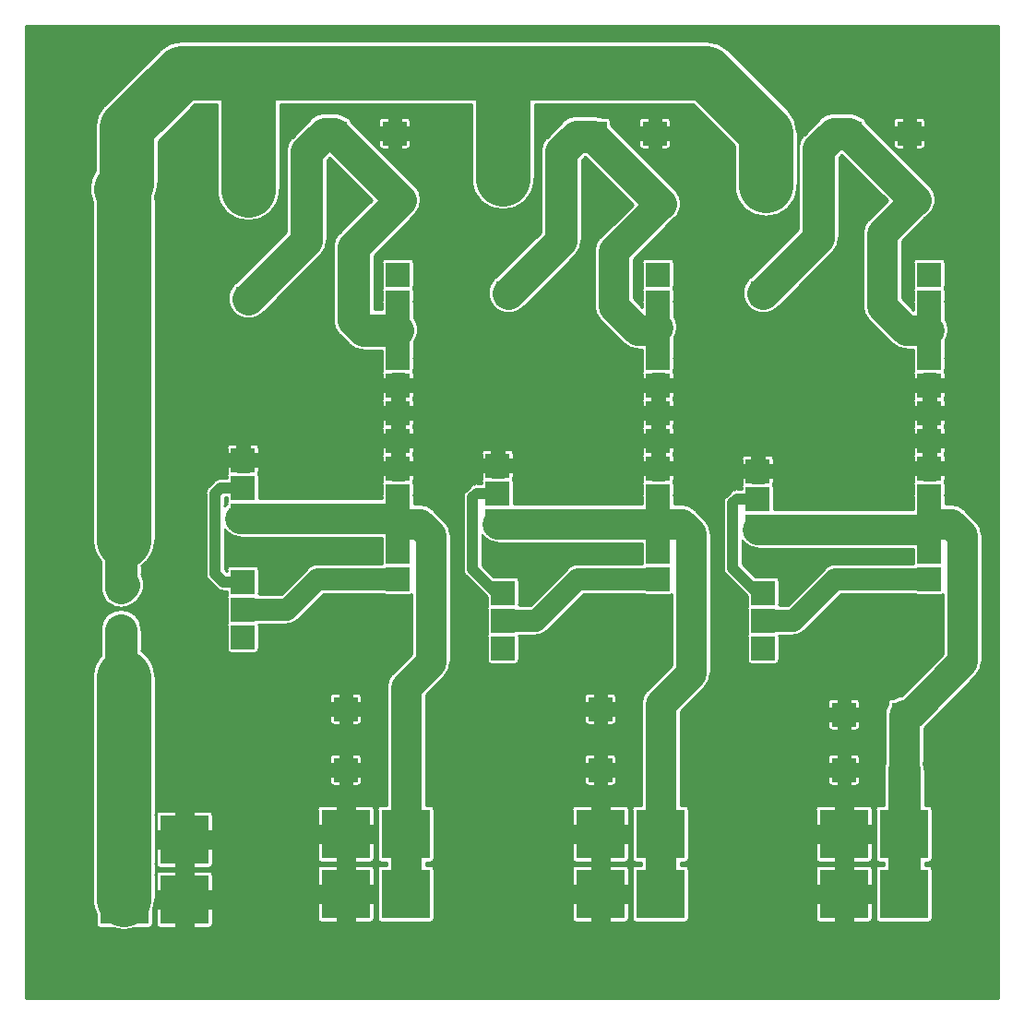
<source format=gbr>
G04 Generated by Ultiboard 13.0 *
%FSLAX34Y34*%
%MOMM*%

%ADD10C,0.0001*%
%ADD11C,0.2540*%
%ADD12C,2.0000*%
%ADD13C,3.0000*%
%ADD14C,5.0000*%
%ADD15C,2.2000*%
%ADD16C,2.8000*%
%ADD17C,1.0000*%
%ADD18R,4.5000X4.5000*%
%ADD19R,2.2000X2.2000*%


G04 ColorRGB 0000FF for the following layer *
%LNCopper Bottom*%
%LPD*%
G54D10*
G36*
X3828Y3828D02*
X3828Y3828D01*
X896172Y3828D01*
X896172Y896172D01*
X3828Y896172D01*
X3828Y3828D01*
D02*
G37*
%LPC*%
G36*
X65031Y734902D02*
G75*
D01*
G02X67571Y763140I26409J11858*
G01*
X67571Y763140D01*
X67571Y802819D01*
G75*
D01*
G02X76050Y823310I28949J21*
G01*
X76050Y823310D01*
X126650Y873910D01*
G75*
D01*
G02X148490Y882357I20470J-20469*
G01*
G75*
D01*
G02X149860Y882389I1361J-28917*
G01*
X149860Y882389D01*
X628250Y882389D01*
G74*
D01*
G02X648735Y873896I1J28949*
G01*
X648735Y873896D01*
X703716Y818915D01*
G74*
D01*
G02X712209Y798430I20456J20484*
G01*
X712209Y798430D01*
X712209Y749700D01*
G75*
D01*
G02X654311Y749700I-28949J0*
G01*
X654311Y749700D01*
X654311Y786439D01*
X616259Y824491D01*
X470909Y824491D01*
X470909Y756120D01*
G75*
D01*
G02X413011Y756120I-28949J0*
G01*
X413011Y756120D01*
X413011Y824491D01*
X237229Y824491D01*
X237229Y745960D01*
G75*
D01*
G02X179331Y745960I-28949J0*
G01*
X179331Y745960D01*
X179331Y824491D01*
X159111Y824491D01*
X125469Y790849D01*
X125469Y751840D01*
G75*
D01*
G02X122770Y739633I-28949J-1*
G01*
G74*
D01*
G02X122929Y736600I28790J3030*
G01*
X122929Y736600D01*
X122929Y424180D01*
G75*
D01*
G02X110341Y400297I-28949J-1*
G01*
X110341Y400297D01*
X110341Y392684D01*
G75*
D01*
G02X107345Y369855I-16361J-9464*
G01*
X107345Y369855D01*
X106122Y368632D01*
G74*
D01*
G02X103276Y365944I3682J1048*
G01*
G75*
D01*
G02X79604Y365944I-11836J14735*
G01*
G74*
D01*
G02X76704Y368844I836J3736*
G01*
G75*
D01*
G02X72540Y380841I14735J11836*
G01*
G75*
D01*
G02X72539Y381000I18899J198*
G01*
X72539Y381000D01*
X72539Y404729D01*
G75*
D01*
G02X65031Y424180I21441J19451*
G01*
X65031Y424180D01*
X65031Y734902D01*
D02*
G37*
G36*
X122929Y298930D02*
X122929Y298930D01*
X122929Y94860D01*
G75*
D01*
G02X120748Y83836I-28949J0*
G01*
X120748Y83836D01*
X120748Y71920D01*
G75*
D01*
G02X116920Y68092I-3828J0*
G01*
X116920Y68092D01*
X105004Y68092D01*
G75*
D01*
G02X82956Y68092I-11024J26768*
G01*
X82956Y68092D01*
X71920Y68092D01*
G75*
D01*
G02X68092Y71920I0J3828*
G01*
X68092Y71920D01*
X68092Y81904D01*
G75*
D01*
G02X65031Y94860I25888J12956*
G01*
X65031Y94860D01*
X65031Y298930D01*
G74*
D01*
G02X72539Y318381I28949J0*
G01*
X72539Y318381D01*
X72539Y341790D01*
G75*
D01*
G02X110341Y341790I18901J0*
G01*
X110341Y341790D01*
X110341Y322813D01*
G74*
D01*
G02X122929Y298930I16361J23882*
G01*
D02*
G37*
G36*
X627323Y289594D02*
X627323Y289594D01*
X604636Y266907D01*
X604636Y180828D01*
X608800Y180828D01*
G74*
D01*
G02X612628Y177000I0J3828*
G01*
X612628Y177000D01*
X612628Y132000D01*
G75*
D01*
G02X608800Y128172I-3828J0*
G01*
X608800Y128172D01*
X604636Y128172D01*
X604636Y125828D01*
X608800Y125828D01*
G74*
D01*
G02X612628Y122000I0J3828*
G01*
X612628Y122000D01*
X612628Y77000D01*
G75*
D01*
G02X608800Y73172I-3828J0*
G01*
X608800Y73172D01*
X563800Y73172D01*
G75*
D01*
G02X559972Y77000I0J3828*
G01*
X559972Y77000D01*
X559972Y122000D01*
G75*
D01*
G02X563800Y125828I3828J0*
G01*
X563800Y125828D01*
X568844Y125828D01*
X568844Y128172D01*
X563800Y128172D01*
G75*
D01*
G02X559972Y132000I0J3828*
G01*
X559972Y132000D01*
X559972Y177000D01*
G75*
D01*
G02X563800Y180828I3828J0*
G01*
X563800Y180828D01*
X568844Y180828D01*
X568844Y274297D01*
G75*
D01*
G02X574085Y286974I17896J23*
G01*
X574085Y286974D01*
X596784Y309673D01*
X596784Y374135D01*
G74*
D01*
G02X595200Y373792I1584J3485*
G01*
X595200Y373792D01*
X573200Y373792D01*
G75*
D01*
G02X570674Y374743I-1J3828*
G01*
X570674Y374743D01*
X516288Y374743D01*
X482262Y340718D01*
G74*
D01*
G02X472440Y336643I9823J9801*
G01*
X472440Y336643D01*
X456753Y336643D01*
G74*
D01*
G02X456788Y336120I3793J517*
G01*
X456788Y336120D01*
X456788Y314120D01*
G75*
D01*
G02X452960Y310292I-3828J0*
G01*
X452960Y310292D01*
X430960Y310292D01*
G75*
D01*
G02X427132Y314120I0J3828*
G01*
X427132Y314120D01*
X427132Y336120D01*
G74*
D01*
G02X427530Y337820I3828J0*
G01*
G75*
D01*
G02X427132Y339520I3430J1700*
G01*
X427132Y339520D01*
X427132Y361520D01*
G74*
D01*
G02X427530Y363220I3828J0*
G01*
G75*
D01*
G02X427132Y364920I3430J1700*
G01*
X427132Y364920D01*
X427132Y371879D01*
X407760Y391250D01*
G75*
D01*
G02X405167Y397520I6259J6260*
G01*
X405167Y397520D01*
X405167Y463535D01*
G75*
D01*
G02X407760Y469810I8853J15*
G01*
X407760Y469810D01*
X411570Y473620D01*
G74*
D01*
G02X415087Y475777I6259J6260*
G01*
G75*
D01*
G02X417830Y476213I2744J-8416*
G01*
X417830Y476213D01*
X422052Y476213D01*
X422052Y478360D01*
G74*
D01*
G02X422450Y480060I3828J0*
G01*
G75*
D01*
G02X422052Y481760I3430J1700*
G01*
X422052Y481760D01*
X422052Y487502D01*
X431622Y487502D01*
X431622Y482188D01*
X442138Y482188D01*
X442138Y487502D01*
X451708Y487502D01*
X451708Y481760D01*
G75*
D01*
G02X451310Y480060I-3828J0*
G01*
G74*
D01*
G02X451708Y478360I3430J1700*
G01*
X451708Y478360D01*
X451708Y457316D01*
X569318Y457316D01*
X569318Y464820D01*
G74*
D01*
G02X569372Y466077I14882J10*
G01*
X569372Y466077D01*
X569372Y475820D01*
G74*
D01*
G02X569770Y477520I3828J0*
G01*
G75*
D01*
G02X569372Y479220I3430J1700*
G01*
X569372Y479220D01*
X569372Y484962D01*
X578942Y484962D01*
X578942Y479648D01*
X582943Y479648D01*
G75*
D01*
G02X585457Y479648I1257J-14828*
G01*
X585457Y479648D01*
X589458Y479648D01*
X589458Y484962D01*
X599028Y484962D01*
X599028Y479220D01*
G75*
D01*
G02X598630Y477520I-3828J0*
G01*
G74*
D01*
G02X599028Y475820I3430J1700*
G01*
X599028Y475820D01*
X599028Y466077D01*
G74*
D01*
G02X599082Y464820I14827J1267*
G01*
X599082Y464820D01*
X599082Y457316D01*
X605790Y457316D01*
G74*
D01*
G02X618456Y452063I0J17896*
G01*
X618456Y452063D01*
X627323Y443196D01*
G74*
D01*
G02X632576Y430530I12643J12666*
G01*
X632576Y430530D01*
X632576Y302260D01*
G75*
D01*
G02X627323Y289594I-17896J0*
G01*
D02*
G37*
G36*
X792364Y264160D02*
G74*
D01*
G02X794992Y273495I17896J1*
G01*
X794992Y273495D01*
X794992Y275160D01*
G75*
D01*
G02X798820Y278988I3828J0*
G01*
X798820Y278988D01*
X800240Y278988D01*
G74*
D01*
G02X807492Y281841I10020J14828*
G01*
X807492Y281841D01*
X845704Y320053D01*
X845704Y374135D01*
G74*
D01*
G02X844120Y373792I1584J3485*
G01*
X844120Y373792D01*
X822120Y373792D01*
G75*
D01*
G02X819594Y374743I-1J3828*
G01*
X819594Y374743D01*
X752508Y374743D01*
X718482Y340718D01*
G74*
D01*
G02X708660Y336643I9823J9801*
G01*
X708660Y336643D01*
X695513Y336643D01*
G74*
D01*
G02X695548Y336120I3793J517*
G01*
X695548Y336120D01*
X695548Y314120D01*
G75*
D01*
G02X691720Y310292I-3828J0*
G01*
X691720Y310292D01*
X669720Y310292D01*
G75*
D01*
G02X665892Y314120I0J3828*
G01*
X665892Y314120D01*
X665892Y336120D01*
G74*
D01*
G02X666290Y337820I3828J0*
G01*
G75*
D01*
G02X665892Y339520I3430J1700*
G01*
X665892Y339520D01*
X665892Y361520D01*
G74*
D01*
G02X666290Y363220I3828J0*
G01*
G75*
D01*
G02X665892Y364920I3430J1700*
G01*
X665892Y364920D01*
X665892Y373149D01*
X646520Y392520D01*
G75*
D01*
G02X643927Y398792I6259J6260*
G01*
X643927Y398792D01*
X643927Y458455D01*
G75*
D01*
G02X646520Y464730I8853J15*
G01*
X646520Y464730D01*
X650330Y468540D01*
G74*
D01*
G02X653847Y470697I6259J6260*
G01*
G75*
D01*
G02X656590Y471133I2744J-8416*
G01*
X656590Y471133D01*
X660812Y471133D01*
X660812Y473280D01*
G74*
D01*
G02X661210Y474980I3828J0*
G01*
G75*
D01*
G02X660812Y476680I3430J1700*
G01*
X660812Y476680D01*
X660812Y482422D01*
X670382Y482422D01*
X670382Y477108D01*
X680898Y477108D01*
X680898Y482422D01*
X690468Y482422D01*
X690468Y476680D01*
G75*
D01*
G02X690070Y474980I-3828J0*
G01*
G74*
D01*
G02X690468Y473280I3430J1700*
G01*
X690468Y473280D01*
X690468Y452236D01*
X818238Y452236D01*
X818238Y464820D01*
G74*
D01*
G02X818292Y466077I14882J10*
G01*
X818292Y466077D01*
X818292Y475820D01*
G74*
D01*
G02X818690Y477520I3828J0*
G01*
G75*
D01*
G02X818292Y479220I3430J1700*
G01*
X818292Y479220D01*
X818292Y484962D01*
X827862Y484962D01*
X827862Y479648D01*
X831863Y479648D01*
G75*
D01*
G02X834377Y479648I1257J-14828*
G01*
X834377Y479648D01*
X838378Y479648D01*
X838378Y484962D01*
X847948Y484962D01*
X847948Y479220D01*
G75*
D01*
G02X847550Y477520I-3828J0*
G01*
G74*
D01*
G02X847948Y475820I3430J1700*
G01*
X847948Y475820D01*
X847948Y466077D01*
G74*
D01*
G02X848002Y464820I14827J1267*
G01*
X848002Y464820D01*
X848002Y457316D01*
X853440Y457316D01*
G74*
D01*
G02X866106Y452063I0J17896*
G01*
X866106Y452063D01*
X876243Y441926D01*
G74*
D01*
G02X881496Y429260I12643J12666*
G01*
X881496Y429260D01*
X881496Y312640D01*
G75*
D01*
G02X876243Y299974I-17896J0*
G01*
X876243Y299974D01*
X828156Y251887D01*
X828156Y219661D01*
G74*
D01*
G02X829161Y213580I17895J6081*
G01*
X829161Y213580D01*
X829161Y180828D01*
X832320Y180828D01*
G74*
D01*
G02X836148Y177000I0J3828*
G01*
X836148Y177000D01*
X836148Y132000D01*
G75*
D01*
G02X832320Y128172I-3828J0*
G01*
X832320Y128172D01*
X829161Y128172D01*
X829161Y125828D01*
X832320Y125828D01*
G74*
D01*
G02X836148Y122000I0J3828*
G01*
X836148Y122000D01*
X836148Y77000D01*
G75*
D01*
G02X832320Y73172I-3828J0*
G01*
X832320Y73172D01*
X787320Y73172D01*
G75*
D01*
G02X783492Y77000I0J3828*
G01*
X783492Y77000D01*
X783492Y122000D01*
G75*
D01*
G02X787320Y125828I3828J0*
G01*
X787320Y125828D01*
X791359Y125828D01*
X791359Y128172D01*
X787320Y128172D01*
G75*
D01*
G02X783492Y132000I0J3828*
G01*
X783492Y132000D01*
X783492Y177000D01*
G75*
D01*
G02X787320Y180828I3828J0*
G01*
X787320Y180828D01*
X791359Y180828D01*
X791359Y213580D01*
G74*
D01*
G02X792364Y219661I18901J0*
G01*
X792364Y219661D01*
X792364Y264160D01*
D02*
G37*
G36*
X217993Y346803D02*
G74*
D01*
G02X218028Y346280I3793J517*
G01*
X218028Y346280D01*
X218028Y324280D01*
G75*
D01*
G02X214200Y320452I-3828J0*
G01*
X214200Y320452D01*
X192200Y320452D01*
G75*
D01*
G02X188372Y324280I0J3828*
G01*
X188372Y324280D01*
X188372Y346280D01*
G74*
D01*
G02X188770Y347980I3828J0*
G01*
G75*
D01*
G02X188372Y349680I3430J1700*
G01*
X188372Y349680D01*
X188372Y371680D01*
G74*
D01*
G02X188770Y373380I3828J0*
G01*
G75*
D01*
G02X188372Y375080I3430J1700*
G01*
X188372Y375080D01*
X188372Y377227D01*
X185429Y377227D01*
G75*
D01*
G02X179160Y379820I-9J8853*
G01*
X179160Y379820D01*
X171540Y387440D01*
G75*
D01*
G02X168947Y393711I6259J6260*
G01*
X168947Y393711D01*
X168947Y467344D01*
G75*
D01*
G02X171540Y473620I8853J16*
G01*
X171540Y473620D01*
X174092Y476172D01*
X174092Y476172D01*
X176620Y478700D01*
G74*
D01*
G02X181588Y481198I6259J6259*
G01*
G75*
D01*
G02X182880Y481293I1293J-8757*
G01*
X182880Y481293D01*
X188372Y481293D01*
X188372Y483440D01*
G74*
D01*
G02X188770Y485140I3828J0*
G01*
G75*
D01*
G02X188372Y486840I3430J1700*
G01*
X188372Y486840D01*
X188372Y492582D01*
X197942Y492582D01*
X197942Y487268D01*
X208458Y487268D01*
X208458Y492582D01*
X218028Y492582D01*
X218028Y486840D01*
G75*
D01*
G02X217630Y485140I-3828J0*
G01*
G74*
D01*
G02X218028Y483440I3430J1700*
G01*
X218028Y483440D01*
X218028Y462396D01*
X330558Y462396D01*
X330558Y464820D01*
G74*
D01*
G02X330612Y466077I14882J10*
G01*
X330612Y466077D01*
X330612Y475820D01*
G74*
D01*
G02X331010Y477520I3828J0*
G01*
G75*
D01*
G02X330612Y479220I3430J1700*
G01*
X330612Y479220D01*
X330612Y484962D01*
X340182Y484962D01*
X340182Y479648D01*
X344183Y479648D01*
G75*
D01*
G02X346697Y479648I1257J-14828*
G01*
X346697Y479648D01*
X350698Y479648D01*
X350698Y484962D01*
X360268Y484962D01*
X360268Y479220D01*
G75*
D01*
G02X359870Y477520I-3828J0*
G01*
G74*
D01*
G02X360268Y475820I3430J1700*
G01*
X360268Y475820D01*
X360268Y466077D01*
G74*
D01*
G02X360322Y464820I14827J1267*
G01*
X360322Y464820D01*
X360322Y457316D01*
X365760Y457316D01*
G74*
D01*
G02X378426Y452063I0J17896*
G01*
X378426Y452063D01*
X388563Y441926D01*
G74*
D01*
G02X393816Y429260I12643J12666*
G01*
X393816Y429260D01*
X393816Y312420D01*
G75*
D01*
G02X388563Y299754I-17896J0*
G01*
X388563Y299754D01*
X370956Y282147D01*
X370956Y180828D01*
X375120Y180828D01*
G74*
D01*
G02X378948Y177000I0J3828*
G01*
X378948Y177000D01*
X378948Y132000D01*
G75*
D01*
G02X375120Y128172I-3828J0*
G01*
X375120Y128172D01*
X370956Y128172D01*
X370956Y125828D01*
X375120Y125828D01*
G74*
D01*
G02X378948Y122000I0J3828*
G01*
X378948Y122000D01*
X378948Y77000D01*
G75*
D01*
G02X375120Y73172I-3828J0*
G01*
X375120Y73172D01*
X330120Y73172D01*
G75*
D01*
G02X326292Y77000I0J3828*
G01*
X326292Y77000D01*
X326292Y122000D01*
G75*
D01*
G02X330120Y125828I3828J0*
G01*
X330120Y125828D01*
X335164Y125828D01*
X335164Y128172D01*
X330120Y128172D01*
G75*
D01*
G02X326292Y132000I0J3828*
G01*
X326292Y132000D01*
X326292Y177000D01*
G75*
D01*
G02X330120Y180828I3828J0*
G01*
X330120Y180828D01*
X335164Y180828D01*
X335164Y289536D01*
G75*
D01*
G02X340405Y302214I17896J24*
G01*
X340405Y302214D01*
X358024Y319833D01*
X358024Y374135D01*
G74*
D01*
G02X356440Y373792I1584J3485*
G01*
X356440Y373792D01*
X334440Y373792D01*
G75*
D01*
G02X331914Y374743I-1J3828*
G01*
X331914Y374743D01*
X277528Y374743D01*
X253662Y350878D01*
G74*
D01*
G02X243840Y346803I9823J9801*
G01*
X243840Y346803D01*
X217993Y346803D01*
D02*
G37*
G36*
X242719Y780816D02*
G75*
D01*
G02X248255Y794195I18901J14*
G01*
X248255Y794195D01*
X264985Y810925D01*
G75*
D01*
G02X278360Y816461I13365J-13364*
G01*
X278360Y816461D01*
X287020Y816461D01*
G74*
D01*
G02X298755Y812377I0J18901*
G01*
G74*
D01*
G02X302256Y809054I295J3817*
G01*
X302256Y809054D01*
X361345Y749965D01*
G75*
D01*
G02X361342Y723232I-13364J-13365*
G01*
X361342Y723232D01*
X323701Y685591D01*
X323701Y636121D01*
X330558Y636121D01*
X330558Y642620D01*
G74*
D01*
G02X330612Y643877I14882J10*
G01*
X330612Y643877D01*
X330612Y653620D01*
G74*
D01*
G02X331010Y655320I3828J0*
G01*
G75*
D01*
G02X330612Y657020I3430J1700*
G01*
X330612Y657020D01*
X330612Y679020D01*
G75*
D01*
G02X334440Y682848I3828J0*
G01*
X334440Y682848D01*
X356440Y682848D01*
G74*
D01*
G02X360268Y679020I0J3828*
G01*
X360268Y679020D01*
X360268Y657020D01*
G75*
D01*
G02X359870Y655320I-3828J0*
G01*
G74*
D01*
G02X360268Y653620I3430J1700*
G01*
X360268Y653620D01*
X360268Y643877D01*
G74*
D01*
G02X360322Y642620I14827J1267*
G01*
X360322Y642620D01*
X360322Y628873D01*
G75*
D01*
G02X360322Y605567I-14881J-11653*
G01*
X360322Y605567D01*
X360322Y591820D01*
G75*
D01*
G02X360268Y590563I-14882J10*
G01*
X360268Y590563D01*
X360268Y580820D01*
G75*
D01*
G02X359870Y579120I-3828J0*
G01*
G74*
D01*
G02X360268Y577420I3430J1700*
G01*
X360268Y577420D01*
X360268Y571678D01*
X350698Y571678D01*
X350698Y576992D01*
X346697Y576992D01*
G75*
D01*
G02X344183Y576992I-1257J14828*
G01*
X344183Y576992D01*
X340182Y576992D01*
X340182Y571678D01*
X330612Y571678D01*
X330612Y577420D01*
G74*
D01*
G02X331010Y579120I3828J0*
G01*
G75*
D01*
G02X330612Y580820I3430J1700*
G01*
X330612Y580820D01*
X330612Y590563D01*
G75*
D01*
G02X330558Y591820I14827J1267*
G01*
X330558Y591820D01*
X330558Y598319D01*
X313694Y598319D01*
G75*
D01*
G02X300325Y603855I-4J18901*
G01*
X300325Y603855D01*
X291435Y612745D01*
G75*
D01*
G02X285899Y626121I13364J13365*
G01*
X285899Y626121D01*
X285899Y693395D01*
G75*
D01*
G02X291435Y706785I18901J25*
G01*
X291435Y706785D01*
X302183Y717533D01*
X321250Y736600D01*
X282685Y775165D01*
X280521Y773001D01*
X280521Y699300D01*
G75*
D01*
G02X274973Y685923I-18901J0*
G01*
X274973Y685923D01*
X236172Y647122D01*
X222962Y633912D01*
G74*
D01*
G02X220116Y631224I3682J1048*
G01*
G75*
D01*
G02X196444Y631224I-11836J14735*
G01*
G74*
D01*
G02X193544Y634124I836J3736*
G01*
G75*
D01*
G02X193544Y657796I14735J11836*
G01*
G74*
D01*
G02X196232Y660642I3736J836*
G01*
X196232Y660642D01*
X236172Y700582D01*
X236172Y700582D01*
X242719Y707129D01*
X242719Y780816D01*
D02*
G37*
G36*
X750421Y701840D02*
G75*
D01*
G02X744873Y688463I-18901J0*
G01*
X744873Y688463D01*
X716172Y659762D01*
X695402Y638992D01*
G74*
D01*
G02X692556Y636304I3682J1048*
G01*
G75*
D01*
G02X668884Y636304I-11836J14735*
G01*
G74*
D01*
G02X665984Y639204I836J3736*
G01*
G75*
D01*
G02X665984Y662876I14735J11836*
G01*
G74*
D01*
G02X668672Y665722I3736J836*
G01*
X668672Y665722D01*
X712619Y709669D01*
X712619Y783355D01*
G75*
D01*
G02X718155Y796735I18901J15*
G01*
X718155Y796735D01*
X732345Y810925D01*
G75*
D01*
G02X745721Y816461I13365J-13364*
G01*
X745721Y816461D01*
X759460Y816461D01*
G74*
D01*
G02X771195Y812377I0J18901*
G01*
G74*
D01*
G02X774696Y809054I295J3817*
G01*
X774696Y809054D01*
X833785Y749965D01*
G75*
D01*
G02X828775Y719646I-13363J-13365*
G01*
X828775Y719646D01*
X807836Y698707D01*
X807836Y646223D01*
X818238Y635821D01*
X818238Y642620D01*
G74*
D01*
G02X818292Y643877I14882J10*
G01*
X818292Y643877D01*
X818292Y653620D01*
G74*
D01*
G02X818690Y655320I3828J0*
G01*
G75*
D01*
G02X818292Y657020I3430J1700*
G01*
X818292Y657020D01*
X818292Y679020D01*
G75*
D01*
G02X822120Y682848I3828J0*
G01*
X822120Y682848D01*
X844120Y682848D01*
G74*
D01*
G02X847948Y679020I0J3828*
G01*
X847948Y679020D01*
X847948Y657020D01*
G75*
D01*
G02X847550Y655320I-3828J0*
G01*
G74*
D01*
G02X847948Y653620I3430J1700*
G01*
X847948Y653620D01*
X847948Y643877D01*
G74*
D01*
G02X848002Y642620I14827J1267*
G01*
X848002Y642620D01*
X848002Y627160D01*
G75*
D01*
G02X848002Y607280I-14882J-9940*
G01*
X848002Y607280D01*
X848002Y591820D01*
G75*
D01*
G02X847948Y590563I-14882J10*
G01*
X847948Y590563D01*
X847948Y580820D01*
G75*
D01*
G02X847550Y579120I-3828J0*
G01*
G74*
D01*
G02X847948Y577420I3430J1700*
G01*
X847948Y577420D01*
X847948Y571678D01*
X838378Y571678D01*
X838378Y576992D01*
X834377Y576992D01*
G75*
D01*
G02X831863Y576992I-1257J14828*
G01*
X831863Y576992D01*
X827862Y576992D01*
X827862Y571678D01*
X818292Y571678D01*
X818292Y577420D01*
G74*
D01*
G02X818690Y579120I3828J0*
G01*
G75*
D01*
G02X818292Y580820I3430J1700*
G01*
X818292Y580820D01*
X818292Y590563D01*
G75*
D01*
G02X818238Y591820I14827J1267*
G01*
X818238Y591820D01*
X818238Y599324D01*
X811541Y599324D01*
G75*
D01*
G02X798875Y604565I-12J17896*
G01*
X798875Y604565D01*
X777285Y626155D01*
G75*
D01*
G02X772044Y638825I12655J12654*
G01*
X772044Y638825D01*
X772044Y706098D01*
G75*
D01*
G02X777285Y718774I17896J22*
G01*
X777285Y718774D01*
X794400Y735889D01*
X752585Y777705D01*
X750421Y775541D01*
X750421Y701840D01*
D02*
G37*
G36*
X476399Y780815D02*
G75*
D01*
G02X481935Y794195I18901J15*
G01*
X481935Y794195D01*
X496125Y808385D01*
G75*
D01*
G02X509501Y813921I13365J-13364*
G01*
X509501Y813921D01*
X524730Y813921D01*
G74*
D01*
G02X532186Y812388I1J18901*
G01*
X532186Y812388D01*
X537220Y812388D01*
G74*
D01*
G02X541048Y808560I0J3828*
G01*
X541048Y808560D01*
X541048Y805432D01*
X600105Y746375D01*
G75*
D01*
G02X595095Y716056I-13363J-13365*
G01*
X595095Y716056D01*
X561456Y682417D01*
X561456Y646223D01*
X569318Y638361D01*
X569318Y642620D01*
G74*
D01*
G02X569372Y643877I14882J10*
G01*
X569372Y643877D01*
X569372Y653620D01*
G74*
D01*
G02X569770Y655320I3828J0*
G01*
G75*
D01*
G02X569372Y657020I3430J1700*
G01*
X569372Y657020D01*
X569372Y679020D01*
G75*
D01*
G02X573200Y682848I3828J0*
G01*
X573200Y682848D01*
X595200Y682848D01*
G74*
D01*
G02X599028Y679020I0J3828*
G01*
X599028Y679020D01*
X599028Y657020D01*
G75*
D01*
G02X598630Y655320I-3828J0*
G01*
G74*
D01*
G02X599028Y653620I3430J1700*
G01*
X599028Y653620D01*
X599028Y643877D01*
G74*
D01*
G02X599082Y642620I14827J1267*
G01*
X599082Y642620D01*
X599082Y629700D01*
G75*
D01*
G02X599082Y609820I-14882J-9940*
G01*
X599082Y609820D01*
X599082Y591820D01*
G75*
D01*
G02X599028Y590563I-14882J10*
G01*
X599028Y590563D01*
X599028Y580820D01*
G75*
D01*
G02X598630Y579120I-3828J0*
G01*
G74*
D01*
G02X599028Y577420I3430J1700*
G01*
X599028Y577420D01*
X599028Y571678D01*
X589458Y571678D01*
X589458Y576992D01*
X585457Y576992D01*
G75*
D01*
G02X582943Y576992I-1257J14828*
G01*
X582943Y576992D01*
X578942Y576992D01*
X578942Y571678D01*
X569372Y571678D01*
X569372Y577420D01*
G74*
D01*
G02X569770Y579120I3828J0*
G01*
G75*
D01*
G02X569372Y580820I3430J1700*
G01*
X569372Y580820D01*
X569372Y590563D01*
G75*
D01*
G02X569318Y591820I14827J1267*
G01*
X569318Y591820D01*
X569318Y599324D01*
X565161Y599324D01*
G75*
D01*
G02X552495Y604565I-12J17896*
G01*
X552495Y604565D01*
X530905Y626155D01*
G75*
D01*
G02X525664Y638825I12655J12654*
G01*
X525664Y638825D01*
X525664Y689806D01*
G75*
D01*
G02X530905Y702484I17896J24*
G01*
X530905Y702484D01*
X544593Y716172D01*
X560720Y732299D01*
X517110Y775910D01*
X514201Y773001D01*
X514201Y699300D01*
G75*
D01*
G02X508653Y685923I-18901J0*
G01*
X508653Y685923D01*
X461722Y638992D01*
G74*
D01*
G02X458876Y636304I3682J1048*
G01*
G75*
D01*
G02X435204Y636304I-11836J14735*
G01*
G74*
D01*
G02X432304Y639204I836J3736*
G01*
G75*
D01*
G02X432304Y662876I14735J11836*
G01*
G74*
D01*
G02X434992Y665722I3736J836*
G01*
X434992Y665722D01*
X476172Y706902D01*
X476399Y707129D01*
X476399Y780815D01*
D02*
G37*
G36*
X520300Y254412D02*
G75*
D01*
G02X516472Y258240I0J3828*
G01*
X516472Y258240D01*
X516472Y263982D01*
X526042Y263982D01*
X526042Y254412D01*
X520300Y254412D01*
D02*
G37*
G36*
X542300Y254412D02*
X542300Y254412D01*
X536558Y254412D01*
X536558Y263982D01*
X546128Y263982D01*
X546128Y258240D01*
G75*
D01*
G02X542300Y254412I-3828J0*
G01*
D02*
G37*
G36*
X520300Y284068D02*
X520300Y284068D01*
X526042Y284068D01*
X526042Y274498D01*
X516472Y274498D01*
X516472Y280240D01*
G75*
D01*
G02X520300Y284068I3828J0*
G01*
D02*
G37*
G36*
X546128Y280240D02*
X546128Y280240D01*
X546128Y274498D01*
X536558Y274498D01*
X536558Y284068D01*
X542300Y284068D01*
G74*
D01*
G02X546128Y280240I0J3828*
G01*
D02*
G37*
G36*
X526300Y269240D02*
G75*
D01*
G02X526300Y269240I5000J0*
G01*
D02*
G37*
G36*
X286620Y254412D02*
G75*
D01*
G02X282792Y258240I0J3828*
G01*
X282792Y258240D01*
X282792Y263982D01*
X292362Y263982D01*
X292362Y254412D01*
X286620Y254412D01*
D02*
G37*
G36*
X308620Y254412D02*
X308620Y254412D01*
X302878Y254412D01*
X302878Y263982D01*
X312448Y263982D01*
X312448Y258240D01*
G75*
D01*
G02X308620Y254412I-3828J0*
G01*
D02*
G37*
G36*
X286620Y284068D02*
X286620Y284068D01*
X292362Y284068D01*
X292362Y274498D01*
X282792Y274498D01*
X282792Y280240D01*
G75*
D01*
G02X286620Y284068I3828J0*
G01*
D02*
G37*
G36*
X292620Y269240D02*
G75*
D01*
G02X292620Y269240I5000J0*
G01*
D02*
G37*
G36*
X312448Y280240D02*
X312448Y280240D01*
X312448Y274498D01*
X302878Y274498D01*
X302878Y284068D01*
X308620Y284068D01*
G74*
D01*
G02X312448Y280240I0J3828*
G01*
D02*
G37*
G36*
X743820Y249332D02*
G75*
D01*
G02X739992Y253160I0J3828*
G01*
X739992Y253160D01*
X739992Y258902D01*
X749562Y258902D01*
X749562Y249332D01*
X743820Y249332D01*
D02*
G37*
G36*
X749820Y264160D02*
G75*
D01*
G02X749820Y264160I5000J0*
G01*
D02*
G37*
G36*
X765820Y249332D02*
X765820Y249332D01*
X760078Y249332D01*
X760078Y258902D01*
X769648Y258902D01*
X769648Y253160D01*
G75*
D01*
G02X765820Y249332I-3828J0*
G01*
D02*
G37*
G36*
X743820Y278988D02*
X743820Y278988D01*
X749562Y278988D01*
X749562Y269418D01*
X739992Y269418D01*
X739992Y275160D01*
G75*
D01*
G02X743820Y278988I3828J0*
G01*
D02*
G37*
G36*
X769648Y275160D02*
X769648Y275160D01*
X769648Y269418D01*
X760078Y269418D01*
X760078Y278988D01*
X765820Y278988D01*
G74*
D01*
G02X769648Y275160I0J3828*
G01*
D02*
G37*
G36*
X337460Y797560D02*
G75*
D01*
G02X337460Y797560I5000J0*
G01*
D02*
G37*
G36*
X331460Y782732D02*
G75*
D01*
G02X327632Y786560I0J3828*
G01*
X327632Y786560D01*
X327632Y792302D01*
X337202Y792302D01*
X337202Y782732D01*
X331460Y782732D01*
D02*
G37*
G36*
X353460Y782732D02*
X353460Y782732D01*
X347718Y782732D01*
X347718Y792302D01*
X357288Y792302D01*
X357288Y786560D01*
G75*
D01*
G02X353460Y782732I-3828J0*
G01*
D02*
G37*
G36*
X331460Y812388D02*
X331460Y812388D01*
X337202Y812388D01*
X337202Y802818D01*
X327632Y802818D01*
X327632Y808560D01*
G75*
D01*
G02X331460Y812388I3828J0*
G01*
D02*
G37*
G36*
X357288Y808560D02*
X357288Y808560D01*
X357288Y802818D01*
X347718Y802818D01*
X347718Y812388D01*
X353460Y812388D01*
G74*
D01*
G02X357288Y808560I0J3828*
G01*
D02*
G37*
G36*
X198200Y497840D02*
G75*
D01*
G02X198200Y497840I5000J0*
G01*
D02*
G37*
G36*
X192200Y512668D02*
X192200Y512668D01*
X197942Y512668D01*
X197942Y503098D01*
X188372Y503098D01*
X188372Y508840D01*
G75*
D01*
G02X192200Y512668I3828J0*
G01*
D02*
G37*
G36*
X218028Y508840D02*
X218028Y508840D01*
X218028Y503098D01*
X208458Y503098D01*
X208458Y512668D01*
X214200Y512668D01*
G74*
D01*
G02X218028Y508840I0J3828*
G01*
D02*
G37*
G36*
X809900Y797560D02*
G75*
D01*
G02X809900Y797560I5000J0*
G01*
D02*
G37*
G36*
X803900Y782732D02*
G75*
D01*
G02X800072Y786560I0J3828*
G01*
X800072Y786560D01*
X800072Y792302D01*
X809642Y792302D01*
X809642Y782732D01*
X803900Y782732D01*
D02*
G37*
G36*
X825900Y782732D02*
X825900Y782732D01*
X820158Y782732D01*
X820158Y792302D01*
X829728Y792302D01*
X829728Y786560D01*
G75*
D01*
G02X825900Y782732I-3828J0*
G01*
D02*
G37*
G36*
X803900Y812388D02*
X803900Y812388D01*
X809642Y812388D01*
X809642Y802818D01*
X800072Y802818D01*
X800072Y808560D01*
G75*
D01*
G02X803900Y812388I3828J0*
G01*
D02*
G37*
G36*
X829728Y808560D02*
X829728Y808560D01*
X829728Y802818D01*
X820158Y802818D01*
X820158Y812388D01*
X825900Y812388D01*
G74*
D01*
G02X829728Y808560I0J3828*
G01*
D02*
G37*
G36*
X769648Y224360D02*
X769648Y224360D01*
X769648Y218618D01*
X760078Y218618D01*
X760078Y228188D01*
X765820Y228188D01*
G74*
D01*
G02X769648Y224360I0J3828*
G01*
D02*
G37*
G36*
X728492Y77000D02*
X728492Y77000D01*
X728492Y91880D01*
X747200Y91880D01*
X747200Y73172D01*
X732320Y73172D01*
G75*
D01*
G02X728492Y77000I0J3828*
G01*
D02*
G37*
G36*
X777320Y73172D02*
X777320Y73172D01*
X762440Y73172D01*
X762440Y91880D01*
X781148Y91880D01*
X781148Y77000D01*
G75*
D01*
G02X777320Y73172I-3828J0*
G01*
D02*
G37*
G36*
X749820Y99500D02*
G75*
D01*
G02X749820Y99500I5000J0*
G01*
D02*
G37*
G36*
X728492Y122000D02*
G75*
D01*
G02X732320Y125828I3828J0*
G01*
X732320Y125828D01*
X747200Y125828D01*
X747200Y107120D01*
X728492Y107120D01*
X728492Y122000D01*
D02*
G37*
G36*
X781148Y122000D02*
X781148Y122000D01*
X781148Y107120D01*
X762440Y107120D01*
X762440Y125828D01*
X777320Y125828D01*
G74*
D01*
G02X781148Y122000I0J3828*
G01*
D02*
G37*
G36*
X728492Y132000D02*
X728492Y132000D01*
X728492Y146880D01*
X747200Y146880D01*
X747200Y128172D01*
X732320Y128172D01*
G75*
D01*
G02X728492Y132000I0J3828*
G01*
D02*
G37*
G36*
X777320Y128172D02*
X777320Y128172D01*
X762440Y128172D01*
X762440Y146880D01*
X781148Y146880D01*
X781148Y132000D01*
G75*
D01*
G02X777320Y128172I-3828J0*
G01*
D02*
G37*
G36*
X749820Y154500D02*
G75*
D01*
G02X749820Y154500I5000J0*
G01*
D02*
G37*
G36*
X728492Y177000D02*
G75*
D01*
G02X732320Y180828I3828J0*
G01*
X732320Y180828D01*
X747200Y180828D01*
X747200Y162120D01*
X728492Y162120D01*
X728492Y177000D01*
D02*
G37*
G36*
X781148Y177000D02*
X781148Y177000D01*
X781148Y162120D01*
X762440Y162120D01*
X762440Y180828D01*
X777320Y180828D01*
G74*
D01*
G02X781148Y177000I0J3828*
G01*
D02*
G37*
G36*
X743820Y198532D02*
G75*
D01*
G02X739992Y202360I0J3828*
G01*
X739992Y202360D01*
X739992Y208102D01*
X749562Y208102D01*
X749562Y198532D01*
X743820Y198532D01*
D02*
G37*
G36*
X765820Y198532D02*
X765820Y198532D01*
X760078Y198532D01*
X760078Y208102D01*
X769648Y208102D01*
X769648Y202360D01*
G75*
D01*
G02X765820Y198532I-3828J0*
G01*
D02*
G37*
G36*
X743820Y228188D02*
X743820Y228188D01*
X749562Y228188D01*
X749562Y218618D01*
X739992Y218618D01*
X739992Y224360D01*
G75*
D01*
G02X743820Y228188I3828J0*
G01*
D02*
G37*
G36*
X749820Y213360D02*
G75*
D01*
G02X749820Y213360I5000J0*
G01*
D02*
G37*
G36*
X576220Y797560D02*
G75*
D01*
G02X576220Y797560I5000J0*
G01*
D02*
G37*
G36*
X570220Y782732D02*
G75*
D01*
G02X566392Y786560I0J3828*
G01*
X566392Y786560D01*
X566392Y792302D01*
X575962Y792302D01*
X575962Y782732D01*
X570220Y782732D01*
D02*
G37*
G36*
X592220Y782732D02*
X592220Y782732D01*
X586478Y782732D01*
X586478Y792302D01*
X596048Y792302D01*
X596048Y786560D01*
G75*
D01*
G02X592220Y782732I-3828J0*
G01*
D02*
G37*
G36*
X570220Y812388D02*
X570220Y812388D01*
X575962Y812388D01*
X575962Y802818D01*
X566392Y802818D01*
X566392Y808560D01*
G75*
D01*
G02X570220Y812388I3828J0*
G01*
D02*
G37*
G36*
X596048Y808560D02*
X596048Y808560D01*
X596048Y802818D01*
X586478Y802818D01*
X586478Y812388D01*
X592220Y812388D01*
G74*
D01*
G02X596048Y808560I0J3828*
G01*
D02*
G37*
G36*
X818292Y501220D02*
G74*
D01*
G02X818690Y502920I3828J0*
G01*
G75*
D01*
G02X818292Y504620I3430J1700*
G01*
X818292Y504620D01*
X818292Y510362D01*
X827862Y510362D01*
X827862Y495478D01*
X818292Y495478D01*
X818292Y501220D01*
D02*
G37*
G36*
X847948Y501220D02*
X847948Y501220D01*
X847948Y495478D01*
X838378Y495478D01*
X838378Y510362D01*
X847948Y510362D01*
X847948Y504620D01*
G75*
D01*
G02X847550Y502920I-3828J0*
G01*
G74*
D01*
G02X847948Y501220I3430J1700*
G01*
D02*
G37*
G36*
X828120Y490220D02*
G75*
D01*
G02X828120Y490220I5000J0*
G01*
D02*
G37*
G36*
X828120Y515620D02*
G75*
D01*
G02X828120Y515620I5000J0*
G01*
D02*
G37*
G36*
X818292Y526620D02*
G74*
D01*
G02X818690Y528320I3828J0*
G01*
G75*
D01*
G02X818292Y530020I3430J1700*
G01*
X818292Y530020D01*
X818292Y535762D01*
X827862Y535762D01*
X827862Y520878D01*
X818292Y520878D01*
X818292Y526620D01*
D02*
G37*
G36*
X847948Y526620D02*
X847948Y526620D01*
X847948Y520878D01*
X838378Y520878D01*
X838378Y535762D01*
X847948Y535762D01*
X847948Y530020D01*
G75*
D01*
G02X847550Y528320I-3828J0*
G01*
G74*
D01*
G02X847948Y526620I3430J1700*
G01*
D02*
G37*
G36*
X828120Y541020D02*
G75*
D01*
G02X828120Y541020I5000J0*
G01*
D02*
G37*
G36*
X818292Y552020D02*
G74*
D01*
G02X818690Y553720I3828J0*
G01*
G75*
D01*
G02X818292Y555420I3430J1700*
G01*
X818292Y555420D01*
X818292Y561162D01*
X827862Y561162D01*
X827862Y546278D01*
X818292Y546278D01*
X818292Y552020D01*
D02*
G37*
G36*
X847948Y552020D02*
X847948Y552020D01*
X847948Y546278D01*
X838378Y546278D01*
X838378Y561162D01*
X847948Y561162D01*
X847948Y555420D01*
G75*
D01*
G02X847550Y553720I-3828J0*
G01*
G74*
D01*
G02X847948Y552020I3430J1700*
G01*
D02*
G37*
G36*
X828120Y566420D02*
G75*
D01*
G02X828120Y566420I5000J0*
G01*
D02*
G37*
G36*
X144420Y149420D02*
G75*
D01*
G02X144420Y149420I5000J0*
G01*
D02*
G37*
G36*
X123092Y71920D02*
X123092Y71920D01*
X123092Y86800D01*
X141800Y86800D01*
X141800Y68092D01*
X126920Y68092D01*
G75*
D01*
G02X123092Y71920I0J3828*
G01*
D02*
G37*
G36*
X175748Y71920D02*
G75*
D01*
G02X171920Y68092I-3828J0*
G01*
X171920Y68092D01*
X157040Y68092D01*
X157040Y86800D01*
X175748Y86800D01*
X175748Y71920D01*
D02*
G37*
G36*
X144420Y94420D02*
G75*
D01*
G02X144420Y94420I5000J0*
G01*
D02*
G37*
G36*
X126920Y120748D02*
X126920Y120748D01*
X141800Y120748D01*
X141800Y102040D01*
X123092Y102040D01*
X123092Y116920D01*
G75*
D01*
G02X126920Y120748I3828J0*
G01*
D02*
G37*
G36*
X175748Y116920D02*
X175748Y116920D01*
X175748Y102040D01*
X157040Y102040D01*
X157040Y120748D01*
X171920Y120748D01*
G74*
D01*
G02X175748Y116920I0J3828*
G01*
D02*
G37*
G36*
X123092Y126920D02*
X123092Y126920D01*
X123092Y141800D01*
X141800Y141800D01*
X141800Y123092D01*
X126920Y123092D01*
G75*
D01*
G02X123092Y126920I0J3828*
G01*
D02*
G37*
G36*
X175748Y126920D02*
G75*
D01*
G02X171920Y123092I-3828J0*
G01*
X171920Y123092D01*
X157040Y123092D01*
X157040Y141800D01*
X175748Y141800D01*
X175748Y126920D01*
D02*
G37*
G36*
X126920Y175748D02*
X126920Y175748D01*
X141800Y175748D01*
X141800Y157040D01*
X123092Y157040D01*
X123092Y171920D01*
G75*
D01*
G02X126920Y175748I3828J0*
G01*
D02*
G37*
G36*
X175748Y171920D02*
X175748Y171920D01*
X175748Y157040D01*
X157040Y157040D01*
X157040Y175748D01*
X171920Y175748D01*
G74*
D01*
G02X175748Y171920I0J3828*
G01*
D02*
G37*
G36*
X526300Y213360D02*
G75*
D01*
G02X526300Y213360I5000J0*
G01*
D02*
G37*
G36*
X504972Y77000D02*
X504972Y77000D01*
X504972Y91880D01*
X523680Y91880D01*
X523680Y73172D01*
X508800Y73172D01*
G75*
D01*
G02X504972Y77000I0J3828*
G01*
D02*
G37*
G36*
X553800Y73172D02*
X553800Y73172D01*
X538920Y73172D01*
X538920Y91880D01*
X557628Y91880D01*
X557628Y77000D01*
G75*
D01*
G02X553800Y73172I-3828J0*
G01*
D02*
G37*
G36*
X526300Y99500D02*
G75*
D01*
G02X526300Y99500I5000J0*
G01*
D02*
G37*
G36*
X504972Y122000D02*
G75*
D01*
G02X508800Y125828I3828J0*
G01*
X508800Y125828D01*
X523680Y125828D01*
X523680Y107120D01*
X504972Y107120D01*
X504972Y122000D01*
D02*
G37*
G36*
X557628Y122000D02*
X557628Y122000D01*
X557628Y107120D01*
X538920Y107120D01*
X538920Y125828D01*
X553800Y125828D01*
G74*
D01*
G02X557628Y122000I0J3828*
G01*
D02*
G37*
G36*
X504972Y132000D02*
X504972Y132000D01*
X504972Y146880D01*
X523680Y146880D01*
X523680Y128172D01*
X508800Y128172D01*
G75*
D01*
G02X504972Y132000I0J3828*
G01*
D02*
G37*
G36*
X553800Y128172D02*
X553800Y128172D01*
X538920Y128172D01*
X538920Y146880D01*
X557628Y146880D01*
X557628Y132000D01*
G75*
D01*
G02X553800Y128172I-3828J0*
G01*
D02*
G37*
G36*
X526300Y154500D02*
G75*
D01*
G02X526300Y154500I5000J0*
G01*
D02*
G37*
G36*
X504972Y177000D02*
G75*
D01*
G02X508800Y180828I3828J0*
G01*
X508800Y180828D01*
X523680Y180828D01*
X523680Y162120D01*
X504972Y162120D01*
X504972Y177000D01*
D02*
G37*
G36*
X557628Y177000D02*
X557628Y177000D01*
X557628Y162120D01*
X538920Y162120D01*
X538920Y180828D01*
X553800Y180828D01*
G74*
D01*
G02X557628Y177000I0J3828*
G01*
D02*
G37*
G36*
X520300Y198532D02*
G75*
D01*
G02X516472Y202360I0J3828*
G01*
X516472Y202360D01*
X516472Y208102D01*
X526042Y208102D01*
X526042Y198532D01*
X520300Y198532D01*
D02*
G37*
G36*
X542300Y198532D02*
X542300Y198532D01*
X536558Y198532D01*
X536558Y208102D01*
X546128Y208102D01*
X546128Y202360D01*
G75*
D01*
G02X542300Y198532I-3828J0*
G01*
D02*
G37*
G36*
X520300Y228188D02*
X520300Y228188D01*
X526042Y228188D01*
X526042Y218618D01*
X516472Y218618D01*
X516472Y224360D01*
G75*
D01*
G02X520300Y228188I3828J0*
G01*
D02*
G37*
G36*
X546128Y224360D02*
X546128Y224360D01*
X546128Y218618D01*
X536558Y218618D01*
X536558Y228188D01*
X542300Y228188D01*
G74*
D01*
G02X546128Y224360I0J3828*
G01*
D02*
G37*
G36*
X312448Y224360D02*
X312448Y224360D01*
X312448Y218618D01*
X302878Y218618D01*
X302878Y228188D01*
X308620Y228188D01*
G74*
D01*
G02X312448Y224360I0J3828*
G01*
D02*
G37*
G36*
X271292Y77000D02*
X271292Y77000D01*
X271292Y91880D01*
X290000Y91880D01*
X290000Y73172D01*
X275120Y73172D01*
G75*
D01*
G02X271292Y77000I0J3828*
G01*
D02*
G37*
G36*
X320120Y73172D02*
X320120Y73172D01*
X305240Y73172D01*
X305240Y91880D01*
X323948Y91880D01*
X323948Y77000D01*
G75*
D01*
G02X320120Y73172I-3828J0*
G01*
D02*
G37*
G36*
X292620Y99500D02*
G75*
D01*
G02X292620Y99500I5000J0*
G01*
D02*
G37*
G36*
X271292Y122000D02*
G75*
D01*
G02X275120Y125828I3828J0*
G01*
X275120Y125828D01*
X290000Y125828D01*
X290000Y107120D01*
X271292Y107120D01*
X271292Y122000D01*
D02*
G37*
G36*
X323948Y122000D02*
X323948Y122000D01*
X323948Y107120D01*
X305240Y107120D01*
X305240Y125828D01*
X320120Y125828D01*
G74*
D01*
G02X323948Y122000I0J3828*
G01*
D02*
G37*
G36*
X271292Y132000D02*
X271292Y132000D01*
X271292Y146880D01*
X290000Y146880D01*
X290000Y128172D01*
X275120Y128172D01*
G75*
D01*
G02X271292Y132000I0J3828*
G01*
D02*
G37*
G36*
X320120Y128172D02*
X320120Y128172D01*
X305240Y128172D01*
X305240Y146880D01*
X323948Y146880D01*
X323948Y132000D01*
G75*
D01*
G02X320120Y128172I-3828J0*
G01*
D02*
G37*
G36*
X292620Y154500D02*
G75*
D01*
G02X292620Y154500I5000J0*
G01*
D02*
G37*
G36*
X271292Y177000D02*
G75*
D01*
G02X275120Y180828I3828J0*
G01*
X275120Y180828D01*
X290000Y180828D01*
X290000Y162120D01*
X271292Y162120D01*
X271292Y177000D01*
D02*
G37*
G36*
X323948Y177000D02*
X323948Y177000D01*
X323948Y162120D01*
X305240Y162120D01*
X305240Y180828D01*
X320120Y180828D01*
G74*
D01*
G02X323948Y177000I0J3828*
G01*
D02*
G37*
G36*
X286620Y198532D02*
G75*
D01*
G02X282792Y202360I0J3828*
G01*
X282792Y202360D01*
X282792Y208102D01*
X292362Y208102D01*
X292362Y198532D01*
X286620Y198532D01*
D02*
G37*
G36*
X308620Y198532D02*
X308620Y198532D01*
X302878Y198532D01*
X302878Y208102D01*
X312448Y208102D01*
X312448Y202360D01*
G75*
D01*
G02X308620Y198532I-3828J0*
G01*
D02*
G37*
G36*
X286620Y228188D02*
X286620Y228188D01*
X292362Y228188D01*
X292362Y218618D01*
X282792Y218618D01*
X282792Y224360D01*
G75*
D01*
G02X286620Y228188I3828J0*
G01*
D02*
G37*
G36*
X292620Y213360D02*
G75*
D01*
G02X292620Y213360I5000J0*
G01*
D02*
G37*
G36*
X569372Y501220D02*
G74*
D01*
G02X569770Y502920I3828J0*
G01*
G75*
D01*
G02X569372Y504620I3430J1700*
G01*
X569372Y504620D01*
X569372Y510362D01*
X578942Y510362D01*
X578942Y495478D01*
X569372Y495478D01*
X569372Y501220D01*
D02*
G37*
G36*
X579200Y490220D02*
G75*
D01*
G02X579200Y490220I5000J0*
G01*
D02*
G37*
G36*
X599028Y501220D02*
X599028Y501220D01*
X599028Y495478D01*
X589458Y495478D01*
X589458Y510362D01*
X599028Y510362D01*
X599028Y504620D01*
G75*
D01*
G02X598630Y502920I-3828J0*
G01*
G74*
D01*
G02X599028Y501220I3430J1700*
G01*
D02*
G37*
G36*
X664640Y502508D02*
X664640Y502508D01*
X670382Y502508D01*
X670382Y492938D01*
X660812Y492938D01*
X660812Y498680D01*
G75*
D01*
G02X664640Y502508I3828J0*
G01*
D02*
G37*
G36*
X670640Y487680D02*
G75*
D01*
G02X670640Y487680I5000J0*
G01*
D02*
G37*
G36*
X690468Y498680D02*
X690468Y498680D01*
X690468Y492938D01*
X680898Y492938D01*
X680898Y502508D01*
X686640Y502508D01*
G74*
D01*
G02X690468Y498680I0J3828*
G01*
D02*
G37*
G36*
X579200Y515620D02*
G75*
D01*
G02X579200Y515620I5000J0*
G01*
D02*
G37*
G36*
X579200Y541020D02*
G75*
D01*
G02X579200Y541020I5000J0*
G01*
D02*
G37*
G36*
X569372Y526620D02*
G74*
D01*
G02X569770Y528320I3828J0*
G01*
G75*
D01*
G02X569372Y530020I3430J1700*
G01*
X569372Y530020D01*
X569372Y535762D01*
X578942Y535762D01*
X578942Y520878D01*
X569372Y520878D01*
X569372Y526620D01*
D02*
G37*
G36*
X599028Y526620D02*
X599028Y526620D01*
X599028Y520878D01*
X589458Y520878D01*
X589458Y535762D01*
X599028Y535762D01*
X599028Y530020D01*
G75*
D01*
G02X598630Y528320I-3828J0*
G01*
G74*
D01*
G02X599028Y526620I3430J1700*
G01*
D02*
G37*
G36*
X569372Y555420D02*
X569372Y555420D01*
X569372Y561162D01*
X578942Y561162D01*
X578942Y546278D01*
X569372Y546278D01*
X569372Y552020D01*
G74*
D01*
G02X569770Y553720I3828J0*
G01*
G75*
D01*
G02X569372Y555420I3430J1700*
G01*
D02*
G37*
G36*
X599028Y555420D02*
G75*
D01*
G02X598630Y553720I-3828J0*
G01*
G74*
D01*
G02X599028Y552020I3430J1700*
G01*
X599028Y552020D01*
X599028Y546278D01*
X589458Y546278D01*
X589458Y561162D01*
X599028Y561162D01*
X599028Y555420D01*
D02*
G37*
G36*
X579200Y566420D02*
G75*
D01*
G02X579200Y566420I5000J0*
G01*
D02*
G37*
G36*
X330612Y501220D02*
G74*
D01*
G02X331010Y502920I3828J0*
G01*
G75*
D01*
G02X330612Y504620I3430J1700*
G01*
X330612Y504620D01*
X330612Y510362D01*
X340182Y510362D01*
X340182Y495478D01*
X330612Y495478D01*
X330612Y501220D01*
D02*
G37*
G36*
X360268Y501220D02*
X360268Y501220D01*
X360268Y495478D01*
X350698Y495478D01*
X350698Y510362D01*
X360268Y510362D01*
X360268Y504620D01*
G75*
D01*
G02X359870Y502920I-3828J0*
G01*
G74*
D01*
G02X360268Y501220I3430J1700*
G01*
D02*
G37*
G36*
X340440Y490220D02*
G75*
D01*
G02X340440Y490220I5000J0*
G01*
D02*
G37*
G36*
X425880Y507588D02*
X425880Y507588D01*
X431622Y507588D01*
X431622Y498018D01*
X422052Y498018D01*
X422052Y503760D01*
G75*
D01*
G02X425880Y507588I3828J0*
G01*
D02*
G37*
G36*
X431880Y492760D02*
G75*
D01*
G02X431880Y492760I5000J0*
G01*
D02*
G37*
G36*
X451708Y503760D02*
X451708Y503760D01*
X451708Y498018D01*
X442138Y498018D01*
X442138Y507588D01*
X447880Y507588D01*
G74*
D01*
G02X451708Y503760I0J3828*
G01*
D02*
G37*
G36*
X340440Y515620D02*
G75*
D01*
G02X340440Y515620I5000J0*
G01*
D02*
G37*
G36*
X330612Y526620D02*
G74*
D01*
G02X331010Y528320I3828J0*
G01*
G75*
D01*
G02X330612Y530020I3430J1700*
G01*
X330612Y530020D01*
X330612Y535762D01*
X340182Y535762D01*
X340182Y520878D01*
X330612Y520878D01*
X330612Y526620D01*
D02*
G37*
G36*
X360268Y526620D02*
X360268Y526620D01*
X360268Y520878D01*
X350698Y520878D01*
X350698Y535762D01*
X360268Y535762D01*
X360268Y530020D01*
G75*
D01*
G02X359870Y528320I-3828J0*
G01*
G74*
D01*
G02X360268Y526620I3430J1700*
G01*
D02*
G37*
G36*
X340440Y541020D02*
G75*
D01*
G02X340440Y541020I5000J0*
G01*
D02*
G37*
G36*
X330612Y552020D02*
G74*
D01*
G02X331010Y553720I3828J0*
G01*
G75*
D01*
G02X330612Y555420I3430J1700*
G01*
X330612Y555420D01*
X330612Y561162D01*
X340182Y561162D01*
X340182Y546278D01*
X330612Y546278D01*
X330612Y552020D01*
D02*
G37*
G36*
X360268Y552020D02*
X360268Y552020D01*
X360268Y546278D01*
X350698Y546278D01*
X350698Y561162D01*
X360268Y561162D01*
X360268Y555420D01*
G75*
D01*
G02X359870Y553720I-3828J0*
G01*
G74*
D01*
G02X360268Y552020I3430J1700*
G01*
D02*
G37*
G36*
X340440Y566420D02*
G75*
D01*
G02X340440Y566420I5000J0*
G01*
D02*
G37*
%LPD*%
G36*
X500728Y398432D02*
X500728Y398432D01*
X476172Y373876D01*
X466692Y364397D01*
X456753Y364397D01*
G75*
D01*
G03X456788Y364920I-3793J517*
G01*
X456788Y364920D01*
X456788Y386920D01*
G74*
D01*
G03X452960Y390748I3828J0*
G01*
X452960Y390748D01*
X433301Y390748D01*
X422873Y401177D01*
X422873Y428281D01*
G75*
D01*
G03X436880Y421524I14007J11139*
G01*
X436880Y421524D01*
X569318Y421524D01*
X569318Y414020D01*
G75*
D01*
G03X569372Y412763I14882J10*
G01*
X569372Y412763D01*
X569372Y403020D01*
G75*
D01*
G03X569407Y402497I3828J-6*
G01*
X569407Y402497D01*
X510546Y402497D01*
G75*
D01*
G03X500728Y398432I-5J-13877*
G01*
D02*
G37*
G36*
X818238Y414020D02*
X818238Y414020D01*
X818238Y416444D01*
X675640Y416444D01*
G75*
D01*
G02X661633Y423201I0J17896*
G01*
X661633Y423201D01*
X661633Y402447D01*
X673331Y390748D01*
X691720Y390748D01*
G74*
D01*
G02X695548Y386920I0J3828*
G01*
X695548Y386920D01*
X695548Y364920D01*
G75*
D01*
G02X695513Y364397I-3828J-6*
G01*
X695513Y364397D01*
X702912Y364397D01*
X716172Y377656D01*
X736948Y398432D01*
G75*
D01*
G02X746766Y402497I9813J-9811*
G01*
X746766Y402497D01*
X818327Y402497D01*
G75*
D01*
G02X818292Y403020I3793J517*
G01*
X818292Y403020D01*
X818292Y412763D01*
G75*
D01*
G02X818238Y414020I14827J1267*
G01*
D02*
G37*
G36*
X261968Y398432D02*
X261968Y398432D01*
X238092Y374557D01*
X217993Y374557D01*
G75*
D01*
G03X218028Y375080I-3793J517*
G01*
X218028Y375080D01*
X218028Y397080D01*
G74*
D01*
G03X214200Y400908I3828J0*
G01*
X214200Y400908D01*
X192200Y400908D01*
G75*
D01*
G03X188372Y397080I0J-3828*
G01*
X188372Y397080D01*
X188372Y395648D01*
X186653Y397367D01*
X186653Y433361D01*
G75*
D01*
G03X200660Y426604I14007J11139*
G01*
X200660Y426604D01*
X330558Y426604D01*
X330558Y414020D01*
G75*
D01*
G03X330612Y412763I14882J10*
G01*
X330612Y412763D01*
X330612Y403020D01*
G75*
D01*
G03X330647Y402497I3828J-6*
G01*
X330647Y402497D01*
X271791Y402497D01*
G75*
D01*
G03X261968Y398432I-10J-13877*
G01*
D02*
G37*
G36*
X188372Y457510D02*
X188372Y457510D01*
X188372Y458040D01*
G74*
D01*
G02X188770Y459740I3828J0*
G01*
G75*
D01*
G02X188372Y461440I3430J1700*
G01*
X188372Y461440D01*
X188372Y463587D01*
X186653Y463587D01*
X186653Y455639D01*
G74*
D01*
G02X188372Y457510I14005J11142*
G01*
D02*
G37*
G54D11*
X818238Y414020D02*
X818238Y416444D01*
X675640Y416444D01*
G75*
D01*
G02X661633Y423201I0J17896*
G01*
X661633Y402447D01*
X673331Y390748D01*
X691720Y390748D01*
G74*
D01*
G02X695548Y386920I0J3828*
G01*
X695548Y364920D01*
G75*
D01*
G02X695513Y364397I-3828J-6*
G01*
X702912Y364397D01*
X716172Y377656D01*
X736948Y398432D01*
G75*
D01*
G02X746766Y402497I9813J-9811*
G01*
X818327Y402497D01*
G75*
D01*
G02X818292Y403020I3793J517*
G01*
X818292Y412763D01*
G75*
D01*
G02X818238Y414020I14827J1267*
G01*
X261968Y398432D02*
X238092Y374557D01*
X217993Y374557D01*
G75*
D01*
G03X218028Y375080I-3793J517*
G01*
X218028Y397080D01*
G74*
D01*
G03X214200Y400908I3828J0*
G01*
X192200Y400908D01*
G75*
D01*
G03X188372Y397080I0J-3828*
G01*
X188372Y395648D01*
X186653Y397367D01*
X186653Y433361D01*
G75*
D01*
G03X200660Y426604I14007J11139*
G01*
X330558Y426604D01*
X330558Y414020D01*
G75*
D01*
G03X330612Y412763I14882J10*
G01*
X330612Y403020D01*
G75*
D01*
G03X330647Y402497I3828J-6*
G01*
X271791Y402497D01*
G75*
D01*
G03X261968Y398432I-10J-13877*
G01*
X500728Y398432D02*
X476172Y373876D01*
X466692Y364397D01*
X456753Y364397D01*
G75*
D01*
G03X456788Y364920I-3793J517*
G01*
X456788Y386920D01*
G74*
D01*
G03X452960Y390748I3828J0*
G01*
X433301Y390748D01*
X422873Y401177D01*
X422873Y428281D01*
G75*
D01*
G03X436880Y421524I14007J11139*
G01*
X569318Y421524D01*
X569318Y414020D01*
G75*
D01*
G03X569372Y412763I14882J10*
G01*
X569372Y403020D01*
G75*
D01*
G03X569407Y402497I3828J-6*
G01*
X510546Y402497D01*
G75*
D01*
G03X500728Y398432I-5J-13877*
G01*
X188372Y457510D02*
X188372Y458040D01*
G74*
D01*
G02X188770Y459740I3828J0*
G01*
G75*
D01*
G02X188372Y461440I3430J1700*
G01*
X188372Y463587D01*
X186653Y463587D01*
X186653Y455639D01*
G74*
D01*
G02X188372Y457510I14005J11142*
G01*
X65031Y734902D02*
G75*
D01*
G02X67571Y763140I26409J11858*
G01*
X67571Y802819D01*
G75*
D01*
G02X76050Y823310I28949J21*
G01*
X126650Y873910D01*
G75*
D01*
G02X148490Y882357I20470J-20469*
G01*
G75*
D01*
G02X149860Y882389I1361J-28917*
G01*
X628250Y882389D01*
G74*
D01*
G02X648735Y873896I1J28949*
G01*
X703716Y818915D01*
G74*
D01*
G02X712209Y798430I20456J20484*
G01*
X712209Y749700D01*
G75*
D01*
G02X654311Y749700I-28949J0*
G01*
X654311Y786439D01*
X616259Y824491D01*
X470909Y824491D01*
X470909Y756120D01*
G75*
D01*
G02X413011Y756120I-28949J0*
G01*
X413011Y824491D01*
X237229Y824491D01*
X237229Y745960D01*
G75*
D01*
G02X179331Y745960I-28949J0*
G01*
X179331Y824491D01*
X159111Y824491D01*
X125469Y790849D01*
X125469Y751840D01*
G75*
D01*
G02X122770Y739633I-28949J-1*
G01*
G74*
D01*
G02X122929Y736600I28790J3030*
G01*
X122929Y424180D01*
G75*
D01*
G02X110341Y400297I-28949J-1*
G01*
X110341Y392684D01*
G75*
D01*
G02X107345Y369855I-16361J-9464*
G01*
X106122Y368632D01*
G74*
D01*
G02X103276Y365944I3682J1048*
G01*
G75*
D01*
G02X79604Y365944I-11836J14735*
G01*
G74*
D01*
G02X76704Y368844I836J3736*
G01*
G75*
D01*
G02X72540Y380841I14735J11836*
G01*
G75*
D01*
G02X72539Y381000I18899J198*
G01*
X72539Y404729D01*
G75*
D01*
G02X65031Y424180I21441J19451*
G01*
X65031Y734902D01*
X122929Y298930D02*
X122929Y94860D01*
G75*
D01*
G02X120748Y83836I-28949J0*
G01*
X120748Y71920D01*
G75*
D01*
G02X116920Y68092I-3828J0*
G01*
X105004Y68092D01*
G75*
D01*
G02X82956Y68092I-11024J26768*
G01*
X71920Y68092D01*
G75*
D01*
G02X68092Y71920I0J3828*
G01*
X68092Y81904D01*
G75*
D01*
G02X65031Y94860I25888J12956*
G01*
X65031Y298930D01*
G74*
D01*
G02X72539Y318381I28949J0*
G01*
X72539Y341790D01*
G75*
D01*
G02X110341Y341790I18901J0*
G01*
X110341Y322813D01*
G74*
D01*
G02X122929Y298930I16361J23882*
G01*
X627323Y289594D02*
X604636Y266907D01*
X604636Y180828D01*
X608800Y180828D01*
G74*
D01*
G02X612628Y177000I0J3828*
G01*
X612628Y132000D01*
G75*
D01*
G02X608800Y128172I-3828J0*
G01*
X604636Y128172D01*
X604636Y125828D01*
X608800Y125828D01*
G74*
D01*
G02X612628Y122000I0J3828*
G01*
X612628Y77000D01*
G75*
D01*
G02X608800Y73172I-3828J0*
G01*
X563800Y73172D01*
G75*
D01*
G02X559972Y77000I0J3828*
G01*
X559972Y122000D01*
G75*
D01*
G02X563800Y125828I3828J0*
G01*
X568844Y125828D01*
X568844Y128172D01*
X563800Y128172D01*
G75*
D01*
G02X559972Y132000I0J3828*
G01*
X559972Y177000D01*
G75*
D01*
G02X563800Y180828I3828J0*
G01*
X568844Y180828D01*
X568844Y274297D01*
G75*
D01*
G02X574085Y286974I17896J23*
G01*
X596784Y309673D01*
X596784Y374135D01*
G74*
D01*
G02X595200Y373792I1584J3485*
G01*
X573200Y373792D01*
G75*
D01*
G02X570674Y374743I-1J3828*
G01*
X516288Y374743D01*
X482262Y340718D01*
G74*
D01*
G02X472440Y336643I9823J9801*
G01*
X456753Y336643D01*
G74*
D01*
G02X456788Y336120I3793J517*
G01*
X456788Y314120D01*
G75*
D01*
G02X452960Y310292I-3828J0*
G01*
X430960Y310292D01*
G75*
D01*
G02X427132Y314120I0J3828*
G01*
X427132Y336120D01*
G74*
D01*
G02X427530Y337820I3828J0*
G01*
G75*
D01*
G02X427132Y339520I3430J1700*
G01*
X427132Y361520D01*
G74*
D01*
G02X427530Y363220I3828J0*
G01*
G75*
D01*
G02X427132Y364920I3430J1700*
G01*
X427132Y371879D01*
X407760Y391250D01*
G75*
D01*
G02X405167Y397520I6259J6260*
G01*
X405167Y463535D01*
G75*
D01*
G02X407760Y469810I8853J15*
G01*
X411570Y473620D01*
G74*
D01*
G02X415087Y475777I6259J6260*
G01*
G75*
D01*
G02X417830Y476213I2744J-8416*
G01*
X422052Y476213D01*
X422052Y478360D01*
G74*
D01*
G02X422450Y480060I3828J0*
G01*
G75*
D01*
G02X422052Y481760I3430J1700*
G01*
X422052Y487502D01*
X431622Y487502D01*
X431622Y482188D01*
X442138Y482188D01*
X442138Y487502D01*
X451708Y487502D01*
X451708Y481760D01*
G75*
D01*
G02X451310Y480060I-3828J0*
G01*
G74*
D01*
G02X451708Y478360I3430J1700*
G01*
X451708Y457316D01*
X569318Y457316D01*
X569318Y464820D01*
G74*
D01*
G02X569372Y466077I14882J10*
G01*
X569372Y475820D01*
G74*
D01*
G02X569770Y477520I3828J0*
G01*
G75*
D01*
G02X569372Y479220I3430J1700*
G01*
X569372Y484962D01*
X578942Y484962D01*
X578942Y479648D01*
X582943Y479648D01*
G75*
D01*
G02X585457Y479648I1257J-14828*
G01*
X589458Y479648D01*
X589458Y484962D01*
X599028Y484962D01*
X599028Y479220D01*
G75*
D01*
G02X598630Y477520I-3828J0*
G01*
G74*
D01*
G02X599028Y475820I3430J1700*
G01*
X599028Y466077D01*
G74*
D01*
G02X599082Y464820I14827J1267*
G01*
X599082Y457316D01*
X605790Y457316D01*
G74*
D01*
G02X618456Y452063I0J17896*
G01*
X627323Y443196D01*
G74*
D01*
G02X632576Y430530I12643J12666*
G01*
X632576Y302260D01*
G75*
D01*
G02X627323Y289594I-17896J0*
G01*
X792364Y264160D02*
G74*
D01*
G02X794992Y273495I17896J1*
G01*
X794992Y275160D01*
G75*
D01*
G02X798820Y278988I3828J0*
G01*
X800240Y278988D01*
G74*
D01*
G02X807492Y281841I10020J14828*
G01*
X845704Y320053D01*
X845704Y374135D01*
G74*
D01*
G02X844120Y373792I1584J3485*
G01*
X822120Y373792D01*
G75*
D01*
G02X819594Y374743I-1J3828*
G01*
X752508Y374743D01*
X718482Y340718D01*
G74*
D01*
G02X708660Y336643I9823J9801*
G01*
X695513Y336643D01*
G74*
D01*
G02X695548Y336120I3793J517*
G01*
X695548Y314120D01*
G75*
D01*
G02X691720Y310292I-3828J0*
G01*
X669720Y310292D01*
G75*
D01*
G02X665892Y314120I0J3828*
G01*
X665892Y336120D01*
G74*
D01*
G02X666290Y337820I3828J0*
G01*
G75*
D01*
G02X665892Y339520I3430J1700*
G01*
X665892Y361520D01*
G74*
D01*
G02X666290Y363220I3828J0*
G01*
G75*
D01*
G02X665892Y364920I3430J1700*
G01*
X665892Y373149D01*
X646520Y392520D01*
G75*
D01*
G02X643927Y398792I6259J6260*
G01*
X643927Y458455D01*
G75*
D01*
G02X646520Y464730I8853J15*
G01*
X650330Y468540D01*
G74*
D01*
G02X653847Y470697I6259J6260*
G01*
G75*
D01*
G02X656590Y471133I2744J-8416*
G01*
X660812Y471133D01*
X660812Y473280D01*
G74*
D01*
G02X661210Y474980I3828J0*
G01*
G75*
D01*
G02X660812Y476680I3430J1700*
G01*
X660812Y482422D01*
X670382Y482422D01*
X670382Y477108D01*
X680898Y477108D01*
X680898Y482422D01*
X690468Y482422D01*
X690468Y476680D01*
G75*
D01*
G02X690070Y474980I-3828J0*
G01*
G74*
D01*
G02X690468Y473280I3430J1700*
G01*
X690468Y452236D01*
X818238Y452236D01*
X818238Y464820D01*
G74*
D01*
G02X818292Y466077I14882J10*
G01*
X818292Y475820D01*
G74*
D01*
G02X818690Y477520I3828J0*
G01*
G75*
D01*
G02X818292Y479220I3430J1700*
G01*
X818292Y484962D01*
X827862Y484962D01*
X827862Y479648D01*
X831863Y479648D01*
G75*
D01*
G02X834377Y479648I1257J-14828*
G01*
X838378Y479648D01*
X838378Y484962D01*
X847948Y484962D01*
X847948Y479220D01*
G75*
D01*
G02X847550Y477520I-3828J0*
G01*
G74*
D01*
G02X847948Y475820I3430J1700*
G01*
X847948Y466077D01*
G74*
D01*
G02X848002Y464820I14827J1267*
G01*
X848002Y457316D01*
X853440Y457316D01*
G74*
D01*
G02X866106Y452063I0J17896*
G01*
X876243Y441926D01*
G74*
D01*
G02X881496Y429260I12643J12666*
G01*
X881496Y312640D01*
G75*
D01*
G02X876243Y299974I-17896J0*
G01*
X828156Y251887D01*
X828156Y219661D01*
G74*
D01*
G02X829161Y213580I17895J6081*
G01*
X829161Y180828D01*
X832320Y180828D01*
G74*
D01*
G02X836148Y177000I0J3828*
G01*
X836148Y132000D01*
G75*
D01*
G02X832320Y128172I-3828J0*
G01*
X829161Y128172D01*
X829161Y125828D01*
X832320Y125828D01*
G74*
D01*
G02X836148Y122000I0J3828*
G01*
X836148Y77000D01*
G75*
D01*
G02X832320Y73172I-3828J0*
G01*
X787320Y73172D01*
G75*
D01*
G02X783492Y77000I0J3828*
G01*
X783492Y122000D01*
G75*
D01*
G02X787320Y125828I3828J0*
G01*
X791359Y125828D01*
X791359Y128172D01*
X787320Y128172D01*
G75*
D01*
G02X783492Y132000I0J3828*
G01*
X783492Y177000D01*
G75*
D01*
G02X787320Y180828I3828J0*
G01*
X791359Y180828D01*
X791359Y213580D01*
G74*
D01*
G02X792364Y219661I18901J0*
G01*
X792364Y264160D01*
X217993Y346803D02*
G74*
D01*
G02X218028Y346280I3793J517*
G01*
X218028Y324280D01*
G75*
D01*
G02X214200Y320452I-3828J0*
G01*
X192200Y320452D01*
G75*
D01*
G02X188372Y324280I0J3828*
G01*
X188372Y346280D01*
G74*
D01*
G02X188770Y347980I3828J0*
G01*
G75*
D01*
G02X188372Y349680I3430J1700*
G01*
X188372Y371680D01*
G74*
D01*
G02X188770Y373380I3828J0*
G01*
G75*
D01*
G02X188372Y375080I3430J1700*
G01*
X188372Y377227D01*
X185429Y377227D01*
G75*
D01*
G02X179160Y379820I-9J8853*
G01*
X171540Y387440D01*
G75*
D01*
G02X168947Y393711I6259J6260*
G01*
X168947Y467344D01*
G75*
D01*
G02X171540Y473620I8853J16*
G01*
X174092Y476172D01*
X174092Y476172D01*
X176620Y478700D01*
G74*
D01*
G02X181588Y481198I6259J6259*
G01*
G75*
D01*
G02X182880Y481293I1293J-8757*
G01*
X188372Y481293D01*
X188372Y483440D01*
G74*
D01*
G02X188770Y485140I3828J0*
G01*
G75*
D01*
G02X188372Y486840I3430J1700*
G01*
X188372Y492582D01*
X197942Y492582D01*
X197942Y487268D01*
X208458Y487268D01*
X208458Y492582D01*
X218028Y492582D01*
X218028Y486840D01*
G75*
D01*
G02X217630Y485140I-3828J0*
G01*
G74*
D01*
G02X218028Y483440I3430J1700*
G01*
X218028Y462396D01*
X330558Y462396D01*
X330558Y464820D01*
G74*
D01*
G02X330612Y466077I14882J10*
G01*
X330612Y475820D01*
G74*
D01*
G02X331010Y477520I3828J0*
G01*
G75*
D01*
G02X330612Y479220I3430J1700*
G01*
X330612Y484962D01*
X340182Y484962D01*
X340182Y479648D01*
X344183Y479648D01*
G75*
D01*
G02X346697Y479648I1257J-14828*
G01*
X350698Y479648D01*
X350698Y484962D01*
X360268Y484962D01*
X360268Y479220D01*
G75*
D01*
G02X359870Y477520I-3828J0*
G01*
G74*
D01*
G02X360268Y475820I3430J1700*
G01*
X360268Y466077D01*
G74*
D01*
G02X360322Y464820I14827J1267*
G01*
X360322Y457316D01*
X365760Y457316D01*
G74*
D01*
G02X378426Y452063I0J17896*
G01*
X388563Y441926D01*
G74*
D01*
G02X393816Y429260I12643J12666*
G01*
X393816Y312420D01*
G75*
D01*
G02X388563Y299754I-17896J0*
G01*
X370956Y282147D01*
X370956Y180828D01*
X375120Y180828D01*
G74*
D01*
G02X378948Y177000I0J3828*
G01*
X378948Y132000D01*
G75*
D01*
G02X375120Y128172I-3828J0*
G01*
X370956Y128172D01*
X370956Y125828D01*
X375120Y125828D01*
G74*
D01*
G02X378948Y122000I0J3828*
G01*
X378948Y77000D01*
G75*
D01*
G02X375120Y73172I-3828J0*
G01*
X330120Y73172D01*
G75*
D01*
G02X326292Y77000I0J3828*
G01*
X326292Y122000D01*
G75*
D01*
G02X330120Y125828I3828J0*
G01*
X335164Y125828D01*
X335164Y128172D01*
X330120Y128172D01*
G75*
D01*
G02X326292Y132000I0J3828*
G01*
X326292Y177000D01*
G75*
D01*
G02X330120Y180828I3828J0*
G01*
X335164Y180828D01*
X335164Y289536D01*
G75*
D01*
G02X340405Y302214I17896J24*
G01*
X358024Y319833D01*
X358024Y374135D01*
G74*
D01*
G02X356440Y373792I1584J3485*
G01*
X334440Y373792D01*
G75*
D01*
G02X331914Y374743I-1J3828*
G01*
X277528Y374743D01*
X253662Y350878D01*
G74*
D01*
G02X243840Y346803I9823J9801*
G01*
X217993Y346803D01*
X242719Y780816D02*
G75*
D01*
G02X248255Y794195I18901J14*
G01*
X264985Y810925D01*
G75*
D01*
G02X278360Y816461I13365J-13364*
G01*
X287020Y816461D01*
G74*
D01*
G02X298755Y812377I0J18901*
G01*
G74*
D01*
G02X302256Y809054I295J3817*
G01*
X361345Y749965D01*
G75*
D01*
G02X361342Y723232I-13364J-13365*
G01*
X323701Y685591D01*
X323701Y636121D01*
X330558Y636121D01*
X330558Y642620D01*
G74*
D01*
G02X330612Y643877I14882J10*
G01*
X330612Y653620D01*
G74*
D01*
G02X331010Y655320I3828J0*
G01*
G75*
D01*
G02X330612Y657020I3430J1700*
G01*
X330612Y679020D01*
G75*
D01*
G02X334440Y682848I3828J0*
G01*
X356440Y682848D01*
G74*
D01*
G02X360268Y679020I0J3828*
G01*
X360268Y657020D01*
G75*
D01*
G02X359870Y655320I-3828J0*
G01*
G74*
D01*
G02X360268Y653620I3430J1700*
G01*
X360268Y643877D01*
G74*
D01*
G02X360322Y642620I14827J1267*
G01*
X360322Y628873D01*
G75*
D01*
G02X360322Y605567I-14881J-11653*
G01*
X360322Y591820D01*
G75*
D01*
G02X360268Y590563I-14882J10*
G01*
X360268Y580820D01*
G75*
D01*
G02X359870Y579120I-3828J0*
G01*
G74*
D01*
G02X360268Y577420I3430J1700*
G01*
X360268Y571678D01*
X350698Y571678D01*
X350698Y576992D01*
X346697Y576992D01*
G75*
D01*
G02X344183Y576992I-1257J14828*
G01*
X340182Y576992D01*
X340182Y571678D01*
X330612Y571678D01*
X330612Y577420D01*
G74*
D01*
G02X331010Y579120I3828J0*
G01*
G75*
D01*
G02X330612Y580820I3430J1700*
G01*
X330612Y590563D01*
G75*
D01*
G02X330558Y591820I14827J1267*
G01*
X330558Y598319D01*
X313694Y598319D01*
G75*
D01*
G02X300325Y603855I-4J18901*
G01*
X291435Y612745D01*
G75*
D01*
G02X285899Y626121I13364J13365*
G01*
X285899Y693395D01*
G75*
D01*
G02X291435Y706785I18901J25*
G01*
X302183Y717533D01*
X321250Y736600D01*
X282685Y775165D01*
X280521Y773001D01*
X280521Y699300D01*
G75*
D01*
G02X274973Y685923I-18901J0*
G01*
X236172Y647122D01*
X222962Y633912D01*
G74*
D01*
G02X220116Y631224I3682J1048*
G01*
G75*
D01*
G02X196444Y631224I-11836J14735*
G01*
G74*
D01*
G02X193544Y634124I836J3736*
G01*
G75*
D01*
G02X193544Y657796I14735J11836*
G01*
G74*
D01*
G02X196232Y660642I3736J836*
G01*
X236172Y700582D01*
X236172Y700582D01*
X242719Y707129D01*
X242719Y780816D01*
X750421Y701840D02*
G75*
D01*
G02X744873Y688463I-18901J0*
G01*
X716172Y659762D01*
X695402Y638992D01*
G74*
D01*
G02X692556Y636304I3682J1048*
G01*
G75*
D01*
G02X668884Y636304I-11836J14735*
G01*
G74*
D01*
G02X665984Y639204I836J3736*
G01*
G75*
D01*
G02X665984Y662876I14735J11836*
G01*
G74*
D01*
G02X668672Y665722I3736J836*
G01*
X712619Y709669D01*
X712619Y783355D01*
G75*
D01*
G02X718155Y796735I18901J15*
G01*
X732345Y810925D01*
G75*
D01*
G02X745721Y816461I13365J-13364*
G01*
X759460Y816461D01*
G74*
D01*
G02X771195Y812377I0J18901*
G01*
G74*
D01*
G02X774696Y809054I295J3817*
G01*
X833785Y749965D01*
G75*
D01*
G02X828775Y719646I-13363J-13365*
G01*
X807836Y698707D01*
X807836Y646223D01*
X818238Y635821D01*
X818238Y642620D01*
G74*
D01*
G02X818292Y643877I14882J10*
G01*
X818292Y653620D01*
G74*
D01*
G02X818690Y655320I3828J0*
G01*
G75*
D01*
G02X818292Y657020I3430J1700*
G01*
X818292Y679020D01*
G75*
D01*
G02X822120Y682848I3828J0*
G01*
X844120Y682848D01*
G74*
D01*
G02X847948Y679020I0J3828*
G01*
X847948Y657020D01*
G75*
D01*
G02X847550Y655320I-3828J0*
G01*
G74*
D01*
G02X847948Y653620I3430J1700*
G01*
X847948Y643877D01*
G74*
D01*
G02X848002Y642620I14827J1267*
G01*
X848002Y627160D01*
G75*
D01*
G02X848002Y607280I-14882J-9940*
G01*
X848002Y591820D01*
G75*
D01*
G02X847948Y590563I-14882J10*
G01*
X847948Y580820D01*
G75*
D01*
G02X847550Y579120I-3828J0*
G01*
G74*
D01*
G02X847948Y577420I3430J1700*
G01*
X847948Y571678D01*
X838378Y571678D01*
X838378Y576992D01*
X834377Y576992D01*
G75*
D01*
G02X831863Y576992I-1257J14828*
G01*
X827862Y576992D01*
X827862Y571678D01*
X818292Y571678D01*
X818292Y577420D01*
G74*
D01*
G02X818690Y579120I3828J0*
G01*
G75*
D01*
G02X818292Y580820I3430J1700*
G01*
X818292Y590563D01*
G75*
D01*
G02X818238Y591820I14827J1267*
G01*
X818238Y599324D01*
X811541Y599324D01*
G75*
D01*
G02X798875Y604565I-12J17896*
G01*
X777285Y626155D01*
G75*
D01*
G02X772044Y638825I12655J12654*
G01*
X772044Y706098D01*
G75*
D01*
G02X777285Y718774I17896J22*
G01*
X794400Y735889D01*
X752585Y777705D01*
X750421Y775541D01*
X750421Y701840D01*
X476399Y780815D02*
G75*
D01*
G02X481935Y794195I18901J15*
G01*
X496125Y808385D01*
G75*
D01*
G02X509501Y813921I13365J-13364*
G01*
X524730Y813921D01*
G74*
D01*
G02X532186Y812388I1J18901*
G01*
X537220Y812388D01*
G74*
D01*
G02X541048Y808560I0J3828*
G01*
X541048Y805432D01*
X600105Y746375D01*
G75*
D01*
G02X595095Y716056I-13363J-13365*
G01*
X561456Y682417D01*
X561456Y646223D01*
X569318Y638361D01*
X569318Y642620D01*
G74*
D01*
G02X569372Y643877I14882J10*
G01*
X569372Y653620D01*
G74*
D01*
G02X569770Y655320I3828J0*
G01*
G75*
D01*
G02X569372Y657020I3430J1700*
G01*
X569372Y679020D01*
G75*
D01*
G02X573200Y682848I3828J0*
G01*
X595200Y682848D01*
G74*
D01*
G02X599028Y679020I0J3828*
G01*
X599028Y657020D01*
G75*
D01*
G02X598630Y655320I-3828J0*
G01*
G74*
D01*
G02X599028Y653620I3430J1700*
G01*
X599028Y643877D01*
G74*
D01*
G02X599082Y642620I14827J1267*
G01*
X599082Y629700D01*
G75*
D01*
G02X599082Y609820I-14882J-9940*
G01*
X599082Y591820D01*
G75*
D01*
G02X599028Y590563I-14882J10*
G01*
X599028Y580820D01*
G75*
D01*
G02X598630Y579120I-3828J0*
G01*
G74*
D01*
G02X599028Y577420I3430J1700*
G01*
X599028Y571678D01*
X589458Y571678D01*
X589458Y576992D01*
X585457Y576992D01*
G75*
D01*
G02X582943Y576992I-1257J14828*
G01*
X578942Y576992D01*
X578942Y571678D01*
X569372Y571678D01*
X569372Y577420D01*
G74*
D01*
G02X569770Y579120I3828J0*
G01*
G75*
D01*
G02X569372Y580820I3430J1700*
G01*
X569372Y590563D01*
G75*
D01*
G02X569318Y591820I14827J1267*
G01*
X569318Y599324D01*
X565161Y599324D01*
G75*
D01*
G02X552495Y604565I-12J17896*
G01*
X530905Y626155D01*
G75*
D01*
G02X525664Y638825I12655J12654*
G01*
X525664Y689806D01*
G75*
D01*
G02X530905Y702484I17896J24*
G01*
X544593Y716172D01*
X560720Y732299D01*
X517110Y775910D01*
X514201Y773001D01*
X514201Y699300D01*
G75*
D01*
G02X508653Y685923I-18901J0*
G01*
X461722Y638992D01*
G74*
D01*
G02X458876Y636304I3682J1048*
G01*
G75*
D01*
G02X435204Y636304I-11836J14735*
G01*
G74*
D01*
G02X432304Y639204I836J3736*
G01*
G75*
D01*
G02X432304Y662876I14735J11836*
G01*
G74*
D01*
G02X434992Y665722I3736J836*
G01*
X476172Y706902D01*
X476399Y707129D01*
X476399Y780815D01*
X520300Y254412D02*
G75*
D01*
G02X516472Y258240I0J3828*
G01*
X516472Y263982D01*
X526042Y263982D01*
X526042Y254412D01*
X520300Y254412D01*
X542300Y254412D02*
X536558Y254412D01*
X536558Y263982D01*
X546128Y263982D01*
X546128Y258240D01*
G75*
D01*
G02X542300Y254412I-3828J0*
G01*
X520300Y284068D02*
X526042Y284068D01*
X526042Y274498D01*
X516472Y274498D01*
X516472Y280240D01*
G75*
D01*
G02X520300Y284068I3828J0*
G01*
X546128Y280240D02*
X546128Y274498D01*
X536558Y274498D01*
X536558Y284068D01*
X542300Y284068D01*
G74*
D01*
G02X546128Y280240I0J3828*
G01*
X526300Y269240D02*
G75*
D01*
G02X526300Y269240I5000J0*
G01*
X286620Y254412D02*
G75*
D01*
G02X282792Y258240I0J3828*
G01*
X282792Y263982D01*
X292362Y263982D01*
X292362Y254412D01*
X286620Y254412D01*
X308620Y254412D02*
X302878Y254412D01*
X302878Y263982D01*
X312448Y263982D01*
X312448Y258240D01*
G75*
D01*
G02X308620Y254412I-3828J0*
G01*
X286620Y284068D02*
X292362Y284068D01*
X292362Y274498D01*
X282792Y274498D01*
X282792Y280240D01*
G75*
D01*
G02X286620Y284068I3828J0*
G01*
X292620Y269240D02*
G75*
D01*
G02X292620Y269240I5000J0*
G01*
X312448Y280240D02*
X312448Y274498D01*
X302878Y274498D01*
X302878Y284068D01*
X308620Y284068D01*
G74*
D01*
G02X312448Y280240I0J3828*
G01*
X743820Y249332D02*
G75*
D01*
G02X739992Y253160I0J3828*
G01*
X739992Y258902D01*
X749562Y258902D01*
X749562Y249332D01*
X743820Y249332D01*
X749820Y264160D02*
G75*
D01*
G02X749820Y264160I5000J0*
G01*
X765820Y249332D02*
X760078Y249332D01*
X760078Y258902D01*
X769648Y258902D01*
X769648Y253160D01*
G75*
D01*
G02X765820Y249332I-3828J0*
G01*
X743820Y278988D02*
X749562Y278988D01*
X749562Y269418D01*
X739992Y269418D01*
X739992Y275160D01*
G75*
D01*
G02X743820Y278988I3828J0*
G01*
X769648Y275160D02*
X769648Y269418D01*
X760078Y269418D01*
X760078Y278988D01*
X765820Y278988D01*
G74*
D01*
G02X769648Y275160I0J3828*
G01*
X337460Y797560D02*
G75*
D01*
G02X337460Y797560I5000J0*
G01*
X331460Y782732D02*
G75*
D01*
G02X327632Y786560I0J3828*
G01*
X327632Y792302D01*
X337202Y792302D01*
X337202Y782732D01*
X331460Y782732D01*
X353460Y782732D02*
X347718Y782732D01*
X347718Y792302D01*
X357288Y792302D01*
X357288Y786560D01*
G75*
D01*
G02X353460Y782732I-3828J0*
G01*
X331460Y812388D02*
X337202Y812388D01*
X337202Y802818D01*
X327632Y802818D01*
X327632Y808560D01*
G75*
D01*
G02X331460Y812388I3828J0*
G01*
X357288Y808560D02*
X357288Y802818D01*
X347718Y802818D01*
X347718Y812388D01*
X353460Y812388D01*
G74*
D01*
G02X357288Y808560I0J3828*
G01*
X198200Y497840D02*
G75*
D01*
G02X198200Y497840I5000J0*
G01*
X192200Y512668D02*
X197942Y512668D01*
X197942Y503098D01*
X188372Y503098D01*
X188372Y508840D01*
G75*
D01*
G02X192200Y512668I3828J0*
G01*
X218028Y508840D02*
X218028Y503098D01*
X208458Y503098D01*
X208458Y512668D01*
X214200Y512668D01*
G74*
D01*
G02X218028Y508840I0J3828*
G01*
X809900Y797560D02*
G75*
D01*
G02X809900Y797560I5000J0*
G01*
X803900Y782732D02*
G75*
D01*
G02X800072Y786560I0J3828*
G01*
X800072Y792302D01*
X809642Y792302D01*
X809642Y782732D01*
X803900Y782732D01*
X825900Y782732D02*
X820158Y782732D01*
X820158Y792302D01*
X829728Y792302D01*
X829728Y786560D01*
G75*
D01*
G02X825900Y782732I-3828J0*
G01*
X803900Y812388D02*
X809642Y812388D01*
X809642Y802818D01*
X800072Y802818D01*
X800072Y808560D01*
G75*
D01*
G02X803900Y812388I3828J0*
G01*
X829728Y808560D02*
X829728Y802818D01*
X820158Y802818D01*
X820158Y812388D01*
X825900Y812388D01*
G74*
D01*
G02X829728Y808560I0J3828*
G01*
X769648Y224360D02*
X769648Y218618D01*
X760078Y218618D01*
X760078Y228188D01*
X765820Y228188D01*
G74*
D01*
G02X769648Y224360I0J3828*
G01*
X728492Y77000D02*
X728492Y91880D01*
X747200Y91880D01*
X747200Y73172D01*
X732320Y73172D01*
G75*
D01*
G02X728492Y77000I0J3828*
G01*
X777320Y73172D02*
X762440Y73172D01*
X762440Y91880D01*
X781148Y91880D01*
X781148Y77000D01*
G75*
D01*
G02X777320Y73172I-3828J0*
G01*
X749820Y99500D02*
G75*
D01*
G02X749820Y99500I5000J0*
G01*
X728492Y122000D02*
G75*
D01*
G02X732320Y125828I3828J0*
G01*
X747200Y125828D01*
X747200Y107120D01*
X728492Y107120D01*
X728492Y122000D01*
X781148Y122000D02*
X781148Y107120D01*
X762440Y107120D01*
X762440Y125828D01*
X777320Y125828D01*
G74*
D01*
G02X781148Y122000I0J3828*
G01*
X728492Y132000D02*
X728492Y146880D01*
X747200Y146880D01*
X747200Y128172D01*
X732320Y128172D01*
G75*
D01*
G02X728492Y132000I0J3828*
G01*
X777320Y128172D02*
X762440Y128172D01*
X762440Y146880D01*
X781148Y146880D01*
X781148Y132000D01*
G75*
D01*
G02X777320Y128172I-3828J0*
G01*
X749820Y154500D02*
G75*
D01*
G02X749820Y154500I5000J0*
G01*
X728492Y177000D02*
G75*
D01*
G02X732320Y180828I3828J0*
G01*
X747200Y180828D01*
X747200Y162120D01*
X728492Y162120D01*
X728492Y177000D01*
X781148Y177000D02*
X781148Y162120D01*
X762440Y162120D01*
X762440Y180828D01*
X777320Y180828D01*
G74*
D01*
G02X781148Y177000I0J3828*
G01*
X743820Y198532D02*
G75*
D01*
G02X739992Y202360I0J3828*
G01*
X739992Y208102D01*
X749562Y208102D01*
X749562Y198532D01*
X743820Y198532D01*
X765820Y198532D02*
X760078Y198532D01*
X760078Y208102D01*
X769648Y208102D01*
X769648Y202360D01*
G75*
D01*
G02X765820Y198532I-3828J0*
G01*
X743820Y228188D02*
X749562Y228188D01*
X749562Y218618D01*
X739992Y218618D01*
X739992Y224360D01*
G75*
D01*
G02X743820Y228188I3828J0*
G01*
X749820Y213360D02*
G75*
D01*
G02X749820Y213360I5000J0*
G01*
X576220Y797560D02*
G75*
D01*
G02X576220Y797560I5000J0*
G01*
X570220Y782732D02*
G75*
D01*
G02X566392Y786560I0J3828*
G01*
X566392Y792302D01*
X575962Y792302D01*
X575962Y782732D01*
X570220Y782732D01*
X592220Y782732D02*
X586478Y782732D01*
X586478Y792302D01*
X596048Y792302D01*
X596048Y786560D01*
G75*
D01*
G02X592220Y782732I-3828J0*
G01*
X570220Y812388D02*
X575962Y812388D01*
X575962Y802818D01*
X566392Y802818D01*
X566392Y808560D01*
G75*
D01*
G02X570220Y812388I3828J0*
G01*
X596048Y808560D02*
X596048Y802818D01*
X586478Y802818D01*
X586478Y812388D01*
X592220Y812388D01*
G74*
D01*
G02X596048Y808560I0J3828*
G01*
X818292Y501220D02*
G74*
D01*
G02X818690Y502920I3828J0*
G01*
G75*
D01*
G02X818292Y504620I3430J1700*
G01*
X818292Y510362D01*
X827862Y510362D01*
X827862Y495478D01*
X818292Y495478D01*
X818292Y501220D01*
X847948Y501220D02*
X847948Y495478D01*
X838378Y495478D01*
X838378Y510362D01*
X847948Y510362D01*
X847948Y504620D01*
G75*
D01*
G02X847550Y502920I-3828J0*
G01*
G74*
D01*
G02X847948Y501220I3430J1700*
G01*
X828120Y490220D02*
G75*
D01*
G02X828120Y490220I5000J0*
G01*
X828120Y515620D02*
G75*
D01*
G02X828120Y515620I5000J0*
G01*
X818292Y526620D02*
G74*
D01*
G02X818690Y528320I3828J0*
G01*
G75*
D01*
G02X818292Y530020I3430J1700*
G01*
X818292Y535762D01*
X827862Y535762D01*
X827862Y520878D01*
X818292Y520878D01*
X818292Y526620D01*
X847948Y526620D02*
X847948Y520878D01*
X838378Y520878D01*
X838378Y535762D01*
X847948Y535762D01*
X847948Y530020D01*
G75*
D01*
G02X847550Y528320I-3828J0*
G01*
G74*
D01*
G02X847948Y526620I3430J1700*
G01*
X828120Y541020D02*
G75*
D01*
G02X828120Y541020I5000J0*
G01*
X818292Y552020D02*
G74*
D01*
G02X818690Y553720I3828J0*
G01*
G75*
D01*
G02X818292Y555420I3430J1700*
G01*
X818292Y561162D01*
X827862Y561162D01*
X827862Y546278D01*
X818292Y546278D01*
X818292Y552020D01*
X847948Y552020D02*
X847948Y546278D01*
X838378Y546278D01*
X838378Y561162D01*
X847948Y561162D01*
X847948Y555420D01*
G75*
D01*
G02X847550Y553720I-3828J0*
G01*
G74*
D01*
G02X847948Y552020I3430J1700*
G01*
X828120Y566420D02*
G75*
D01*
G02X828120Y566420I5000J0*
G01*
X144420Y149420D02*
G75*
D01*
G02X144420Y149420I5000J0*
G01*
X123092Y71920D02*
X123092Y86800D01*
X141800Y86800D01*
X141800Y68092D01*
X126920Y68092D01*
G75*
D01*
G02X123092Y71920I0J3828*
G01*
X175748Y71920D02*
G75*
D01*
G02X171920Y68092I-3828J0*
G01*
X157040Y68092D01*
X157040Y86800D01*
X175748Y86800D01*
X175748Y71920D01*
X144420Y94420D02*
G75*
D01*
G02X144420Y94420I5000J0*
G01*
X126920Y120748D02*
X141800Y120748D01*
X141800Y102040D01*
X123092Y102040D01*
X123092Y116920D01*
G75*
D01*
G02X126920Y120748I3828J0*
G01*
X175748Y116920D02*
X175748Y102040D01*
X157040Y102040D01*
X157040Y120748D01*
X171920Y120748D01*
G74*
D01*
G02X175748Y116920I0J3828*
G01*
X123092Y126920D02*
X123092Y141800D01*
X141800Y141800D01*
X141800Y123092D01*
X126920Y123092D01*
G75*
D01*
G02X123092Y126920I0J3828*
G01*
X175748Y126920D02*
G75*
D01*
G02X171920Y123092I-3828J0*
G01*
X157040Y123092D01*
X157040Y141800D01*
X175748Y141800D01*
X175748Y126920D01*
X126920Y175748D02*
X141800Y175748D01*
X141800Y157040D01*
X123092Y157040D01*
X123092Y171920D01*
G75*
D01*
G02X126920Y175748I3828J0*
G01*
X175748Y171920D02*
X175748Y157040D01*
X157040Y157040D01*
X157040Y175748D01*
X171920Y175748D01*
G74*
D01*
G02X175748Y171920I0J3828*
G01*
X526300Y213360D02*
G75*
D01*
G02X526300Y213360I5000J0*
G01*
X504972Y77000D02*
X504972Y91880D01*
X523680Y91880D01*
X523680Y73172D01*
X508800Y73172D01*
G75*
D01*
G02X504972Y77000I0J3828*
G01*
X553800Y73172D02*
X538920Y73172D01*
X538920Y91880D01*
X557628Y91880D01*
X557628Y77000D01*
G75*
D01*
G02X553800Y73172I-3828J0*
G01*
X526300Y99500D02*
G75*
D01*
G02X526300Y99500I5000J0*
G01*
X504972Y122000D02*
G75*
D01*
G02X508800Y125828I3828J0*
G01*
X523680Y125828D01*
X523680Y107120D01*
X504972Y107120D01*
X504972Y122000D01*
X557628Y122000D02*
X557628Y107120D01*
X538920Y107120D01*
X538920Y125828D01*
X553800Y125828D01*
G74*
D01*
G02X557628Y122000I0J3828*
G01*
X504972Y132000D02*
X504972Y146880D01*
X523680Y146880D01*
X523680Y128172D01*
X508800Y128172D01*
G75*
D01*
G02X504972Y132000I0J3828*
G01*
X553800Y128172D02*
X538920Y128172D01*
X538920Y146880D01*
X557628Y146880D01*
X557628Y132000D01*
G75*
D01*
G02X553800Y128172I-3828J0*
G01*
X526300Y154500D02*
G75*
D01*
G02X526300Y154500I5000J0*
G01*
X504972Y177000D02*
G75*
D01*
G02X508800Y180828I3828J0*
G01*
X523680Y180828D01*
X523680Y162120D01*
X504972Y162120D01*
X504972Y177000D01*
X557628Y177000D02*
X557628Y162120D01*
X538920Y162120D01*
X538920Y180828D01*
X553800Y180828D01*
G74*
D01*
G02X557628Y177000I0J3828*
G01*
X520300Y198532D02*
G75*
D01*
G02X516472Y202360I0J3828*
G01*
X516472Y208102D01*
X526042Y208102D01*
X526042Y198532D01*
X520300Y198532D01*
X542300Y198532D02*
X536558Y198532D01*
X536558Y208102D01*
X546128Y208102D01*
X546128Y202360D01*
G75*
D01*
G02X542300Y198532I-3828J0*
G01*
X520300Y228188D02*
X526042Y228188D01*
X526042Y218618D01*
X516472Y218618D01*
X516472Y224360D01*
G75*
D01*
G02X520300Y228188I3828J0*
G01*
X546128Y224360D02*
X546128Y218618D01*
X536558Y218618D01*
X536558Y228188D01*
X542300Y228188D01*
G74*
D01*
G02X546128Y224360I0J3828*
G01*
X312448Y224360D02*
X312448Y218618D01*
X302878Y218618D01*
X302878Y228188D01*
X308620Y228188D01*
G74*
D01*
G02X312448Y224360I0J3828*
G01*
X271292Y77000D02*
X271292Y91880D01*
X290000Y91880D01*
X290000Y73172D01*
X275120Y73172D01*
G75*
D01*
G02X271292Y77000I0J3828*
G01*
X320120Y73172D02*
X305240Y73172D01*
X305240Y91880D01*
X323948Y91880D01*
X323948Y77000D01*
G75*
D01*
G02X320120Y73172I-3828J0*
G01*
X292620Y99500D02*
G75*
D01*
G02X292620Y99500I5000J0*
G01*
X271292Y122000D02*
G75*
D01*
G02X275120Y125828I3828J0*
G01*
X290000Y125828D01*
X290000Y107120D01*
X271292Y107120D01*
X271292Y122000D01*
X323948Y122000D02*
X323948Y107120D01*
X305240Y107120D01*
X305240Y125828D01*
X320120Y125828D01*
G74*
D01*
G02X323948Y122000I0J3828*
G01*
X271292Y132000D02*
X271292Y146880D01*
X290000Y146880D01*
X290000Y128172D01*
X275120Y128172D01*
G75*
D01*
G02X271292Y132000I0J3828*
G01*
X320120Y128172D02*
X305240Y128172D01*
X305240Y146880D01*
X323948Y146880D01*
X323948Y132000D01*
G75*
D01*
G02X320120Y128172I-3828J0*
G01*
X292620Y154500D02*
G75*
D01*
G02X292620Y154500I5000J0*
G01*
X271292Y177000D02*
G75*
D01*
G02X275120Y180828I3828J0*
G01*
X290000Y180828D01*
X290000Y162120D01*
X271292Y162120D01*
X271292Y177000D01*
X323948Y177000D02*
X323948Y162120D01*
X305240Y162120D01*
X305240Y180828D01*
X320120Y180828D01*
G74*
D01*
G02X323948Y177000I0J3828*
G01*
X286620Y198532D02*
G75*
D01*
G02X282792Y202360I0J3828*
G01*
X282792Y208102D01*
X292362Y208102D01*
X292362Y198532D01*
X286620Y198532D01*
X308620Y198532D02*
X302878Y198532D01*
X302878Y208102D01*
X312448Y208102D01*
X312448Y202360D01*
G75*
D01*
G02X308620Y198532I-3828J0*
G01*
X286620Y228188D02*
X292362Y228188D01*
X292362Y218618D01*
X282792Y218618D01*
X282792Y224360D01*
G75*
D01*
G02X286620Y228188I3828J0*
G01*
X292620Y213360D02*
G75*
D01*
G02X292620Y213360I5000J0*
G01*
X569372Y501220D02*
G74*
D01*
G02X569770Y502920I3828J0*
G01*
G75*
D01*
G02X569372Y504620I3430J1700*
G01*
X569372Y510362D01*
X578942Y510362D01*
X578942Y495478D01*
X569372Y495478D01*
X569372Y501220D01*
X579200Y490220D02*
G75*
D01*
G02X579200Y490220I5000J0*
G01*
X599028Y501220D02*
X599028Y495478D01*
X589458Y495478D01*
X589458Y510362D01*
X599028Y510362D01*
X599028Y504620D01*
G75*
D01*
G02X598630Y502920I-3828J0*
G01*
G74*
D01*
G02X599028Y501220I3430J1700*
G01*
X664640Y502508D02*
X670382Y502508D01*
X670382Y492938D01*
X660812Y492938D01*
X660812Y498680D01*
G75*
D01*
G02X664640Y502508I3828J0*
G01*
X670640Y487680D02*
G75*
D01*
G02X670640Y487680I5000J0*
G01*
X690468Y498680D02*
X690468Y492938D01*
X680898Y492938D01*
X680898Y502508D01*
X686640Y502508D01*
G74*
D01*
G02X690468Y498680I0J3828*
G01*
X579200Y515620D02*
G75*
D01*
G02X579200Y515620I5000J0*
G01*
X579200Y541020D02*
G75*
D01*
G02X579200Y541020I5000J0*
G01*
X569372Y526620D02*
G74*
D01*
G02X569770Y528320I3828J0*
G01*
G75*
D01*
G02X569372Y530020I3430J1700*
G01*
X569372Y535762D01*
X578942Y535762D01*
X578942Y520878D01*
X569372Y520878D01*
X569372Y526620D01*
X599028Y526620D02*
X599028Y520878D01*
X589458Y520878D01*
X589458Y535762D01*
X599028Y535762D01*
X599028Y530020D01*
G75*
D01*
G02X598630Y528320I-3828J0*
G01*
G74*
D01*
G02X599028Y526620I3430J1700*
G01*
X569372Y555420D02*
X569372Y561162D01*
X578942Y561162D01*
X578942Y546278D01*
X569372Y546278D01*
X569372Y552020D01*
G74*
D01*
G02X569770Y553720I3828J0*
G01*
G75*
D01*
G02X569372Y555420I3430J1700*
G01*
X599028Y555420D02*
G75*
D01*
G02X598630Y553720I-3828J0*
G01*
G74*
D01*
G02X599028Y552020I3430J1700*
G01*
X599028Y546278D01*
X589458Y546278D01*
X589458Y561162D01*
X599028Y561162D01*
X599028Y555420D01*
X579200Y566420D02*
G75*
D01*
G02X579200Y566420I5000J0*
G01*
X330612Y501220D02*
G74*
D01*
G02X331010Y502920I3828J0*
G01*
G75*
D01*
G02X330612Y504620I3430J1700*
G01*
X330612Y510362D01*
X340182Y510362D01*
X340182Y495478D01*
X330612Y495478D01*
X330612Y501220D01*
X360268Y501220D02*
X360268Y495478D01*
X350698Y495478D01*
X350698Y510362D01*
X360268Y510362D01*
X360268Y504620D01*
G75*
D01*
G02X359870Y502920I-3828J0*
G01*
G74*
D01*
G02X360268Y501220I3430J1700*
G01*
X340440Y490220D02*
G75*
D01*
G02X340440Y490220I5000J0*
G01*
X425880Y507588D02*
X431622Y507588D01*
X431622Y498018D01*
X422052Y498018D01*
X422052Y503760D01*
G75*
D01*
G02X425880Y507588I3828J0*
G01*
X431880Y492760D02*
G75*
D01*
G02X431880Y492760I5000J0*
G01*
X451708Y503760D02*
X451708Y498018D01*
X442138Y498018D01*
X442138Y507588D01*
X447880Y507588D01*
G74*
D01*
G02X451708Y503760I0J3828*
G01*
X340440Y515620D02*
G75*
D01*
G02X340440Y515620I5000J0*
G01*
X330612Y526620D02*
G74*
D01*
G02X331010Y528320I3828J0*
G01*
G75*
D01*
G02X330612Y530020I3430J1700*
G01*
X330612Y535762D01*
X340182Y535762D01*
X340182Y520878D01*
X330612Y520878D01*
X330612Y526620D01*
X360268Y526620D02*
X360268Y520878D01*
X350698Y520878D01*
X350698Y535762D01*
X360268Y535762D01*
X360268Y530020D01*
G75*
D01*
G02X359870Y528320I-3828J0*
G01*
G74*
D01*
G02X360268Y526620I3430J1700*
G01*
X340440Y541020D02*
G75*
D01*
G02X340440Y541020I5000J0*
G01*
X330612Y552020D02*
G74*
D01*
G02X331010Y553720I3828J0*
G01*
G75*
D01*
G02X330612Y555420I3430J1700*
G01*
X330612Y561162D01*
X340182Y561162D01*
X340182Y546278D01*
X330612Y546278D01*
X330612Y552020D01*
X360268Y552020D02*
X360268Y546278D01*
X350698Y546278D01*
X350698Y561162D01*
X360268Y561162D01*
X360268Y555420D01*
G75*
D01*
G02X359870Y553720I-3828J0*
G01*
G74*
D01*
G02X360268Y552020I3430J1700*
G01*
X340440Y566420D02*
G75*
D01*
G02X340440Y566420I5000J0*
G01*
X3828Y3828D02*
X896172Y3828D01*
X896172Y896172D01*
X3828Y896172D01*
X3828Y3828D01*
X93980Y298930D02*
X91440Y301470D01*
G54D12*
X441960Y350520D02*
X472440Y350520D01*
X510540Y388620D01*
X243840Y360680D02*
X203200Y360680D01*
X243840Y360680D02*
X271780Y388620D01*
X708660Y350520D02*
X746760Y388620D01*
X680720Y350520D02*
X708660Y350520D01*
X271780Y388620D02*
X345440Y388620D01*
X746760Y388620D02*
X833120Y388620D01*
X510540Y388620D02*
X584200Y388620D01*
G54D13*
X208280Y645960D02*
X261620Y699300D01*
X680720Y651040D02*
X731520Y701840D01*
X261620Y699300D02*
X261620Y780830D01*
X731520Y701840D02*
X731520Y783370D01*
X731520Y783370D02*
X745710Y797560D01*
X759460Y797560D01*
X759460Y797560D02*
X820420Y736600D01*
X91440Y301470D02*
X91440Y341790D01*
X91440Y421640D02*
X91440Y381000D01*
X304800Y626110D02*
X313690Y617220D01*
X345440Y617220D01*
X304800Y693420D02*
X304800Y626110D01*
X447040Y651040D02*
X495300Y699300D01*
X495300Y780830D01*
X278350Y797560D02*
X287020Y797560D01*
X261620Y780830D02*
X278350Y797560D01*
X495300Y780830D02*
X509490Y795020D01*
X524730Y795020D01*
X287020Y797560D02*
X347980Y736600D01*
X304800Y693420D01*
X524730Y795020D02*
X586740Y733010D01*
X810260Y99371D02*
X810260Y213580D01*
X93980Y424180D02*
X91440Y421640D01*
X91440Y380680D02*
X93980Y383220D01*
X147120Y853440D02*
X149860Y853440D01*
X447040Y751040D02*
X441960Y756120D01*
G54D14*
X208280Y853440D02*
X208280Y745960D01*
X683260Y798430D02*
X683260Y749700D01*
X93980Y94860D02*
X93980Y298930D01*
X93980Y424180D02*
X93980Y736600D01*
X96520Y751840D02*
X96520Y802840D01*
X147120Y853440D01*
X96520Y751840D02*
X91440Y746760D01*
X441960Y756120D02*
X441960Y853440D01*
X628250Y853440D02*
X683260Y798430D01*
X149860Y853440D02*
X628250Y853440D01*
G54D15*
X345440Y591820D02*
X345440Y642620D01*
X584200Y619760D02*
X584200Y642620D01*
X584200Y617220D02*
X584200Y591820D01*
X833120Y591820D02*
X833120Y642620D01*
X345440Y464820D02*
X345440Y414020D01*
X584200Y414020D02*
X584200Y464820D01*
X833120Y414020D02*
X833120Y464820D01*
G54D16*
X581660Y617220D02*
X584200Y619760D01*
X565150Y617220D02*
X581660Y617220D01*
X543560Y638810D02*
X565150Y617220D01*
X543560Y689830D02*
X543560Y638810D01*
X586740Y733010D02*
X543560Y689830D01*
X811530Y617220D02*
X833120Y617220D01*
X789940Y638810D02*
X811530Y617220D01*
X789940Y706120D02*
X789940Y638810D01*
X820420Y736600D02*
X789940Y706120D01*
X365760Y439420D02*
X345440Y439420D01*
X353060Y154940D02*
X353060Y289560D01*
X353060Y99940D02*
X353060Y154629D01*
X586740Y99371D02*
X586740Y274320D01*
X853440Y439420D02*
X833120Y439420D01*
X815120Y264160D02*
X810260Y264160D01*
X810260Y213580D02*
X810260Y264160D01*
X345440Y439420D02*
X340360Y444500D01*
X200660Y444500D01*
X436880Y439420D02*
X605790Y439420D01*
X833120Y439420D02*
X828040Y434340D01*
X675640Y434340D01*
X863600Y429260D02*
X863600Y312640D01*
X815120Y264160D01*
X853440Y439420D02*
X863600Y429260D01*
X614680Y430530D02*
X614680Y302260D01*
X586740Y274320D01*
X605790Y439420D02*
X614680Y430530D01*
X375920Y429260D02*
X375920Y312420D01*
X353060Y289560D01*
X365760Y439420D02*
X375920Y429260D01*
G54D17*
X652780Y398780D02*
X678180Y373380D01*
X679450Y373380D01*
X652780Y458470D02*
X652780Y398780D01*
X656590Y462280D02*
X652780Y458470D01*
X656590Y462280D02*
X675640Y462280D01*
X435610Y375920D02*
X441960Y375920D01*
X417830Y467360D02*
X436880Y467360D01*
X185420Y386080D02*
X203200Y386080D01*
X203200Y472440D02*
X182880Y472440D01*
X177800Y393700D02*
X177800Y467360D01*
X177800Y393700D02*
X185420Y386080D01*
X182880Y472440D02*
X177800Y467360D01*
X414020Y463550D02*
X414020Y397510D01*
X435610Y375920D01*
X417830Y467360D02*
X414020Y463550D01*
G54D18*
X352620Y99500D03*
X352620Y154500D03*
X297620Y99500D03*
X297620Y154500D03*
X586300Y99500D03*
X586300Y154500D03*
X531300Y99500D03*
X531300Y154500D03*
X809820Y99500D03*
X809820Y154500D03*
X754820Y99500D03*
X754820Y154500D03*
X94420Y149420D03*
X94420Y94420D03*
X149420Y149420D03*
X149420Y94420D03*
G54D19*
X297620Y213360D03*
X352620Y213360D03*
X531300Y213360D03*
X586300Y213360D03*
X754820Y213360D03*
X809820Y213360D03*
X441960Y325120D03*
X441960Y350520D03*
X441960Y375920D03*
X680720Y325120D03*
X680720Y350520D03*
X680720Y375920D03*
X203200Y335280D03*
X203200Y360680D03*
X203200Y386080D03*
X203200Y447040D03*
X203200Y472440D03*
X203200Y497840D03*
X436880Y441960D03*
X436880Y467360D03*
X436880Y492760D03*
X675640Y436880D03*
X675640Y462280D03*
X675640Y487680D03*
X208280Y745960D03*
X208280Y645960D03*
X447040Y651040D03*
X447040Y751040D03*
X680720Y751040D03*
X680720Y651040D03*
X287460Y797560D03*
X342460Y797560D03*
X526220Y797560D03*
X581220Y797560D03*
X759900Y797560D03*
X814900Y797560D03*
X833120Y668020D03*
X833120Y642620D03*
X833120Y617220D03*
X833120Y591820D03*
X833120Y566420D03*
X833120Y541020D03*
X833120Y515620D03*
X833120Y490220D03*
X833120Y464820D03*
X833120Y439420D03*
X833120Y414020D03*
X833120Y388620D03*
X584200Y668020D03*
X584200Y642620D03*
X584200Y617220D03*
X584200Y591820D03*
X584200Y566420D03*
X584200Y541020D03*
X584200Y515620D03*
X584200Y490220D03*
X584200Y464820D03*
X584200Y439420D03*
X584200Y414020D03*
X584200Y388620D03*
X345440Y668020D03*
X345440Y642620D03*
X345440Y617220D03*
X345440Y591820D03*
X345440Y566420D03*
X345440Y541020D03*
X345440Y515620D03*
X345440Y490220D03*
X345440Y464820D03*
X345440Y439420D03*
X345440Y414020D03*
X345440Y388620D03*
X91440Y420680D03*
X91440Y380680D03*
X91440Y340680D03*
X91440Y300680D03*
X297620Y269240D03*
X352620Y269240D03*
X531300Y269240D03*
X586300Y269240D03*
X754820Y264160D03*
X809820Y264160D03*

M02*

</source>
